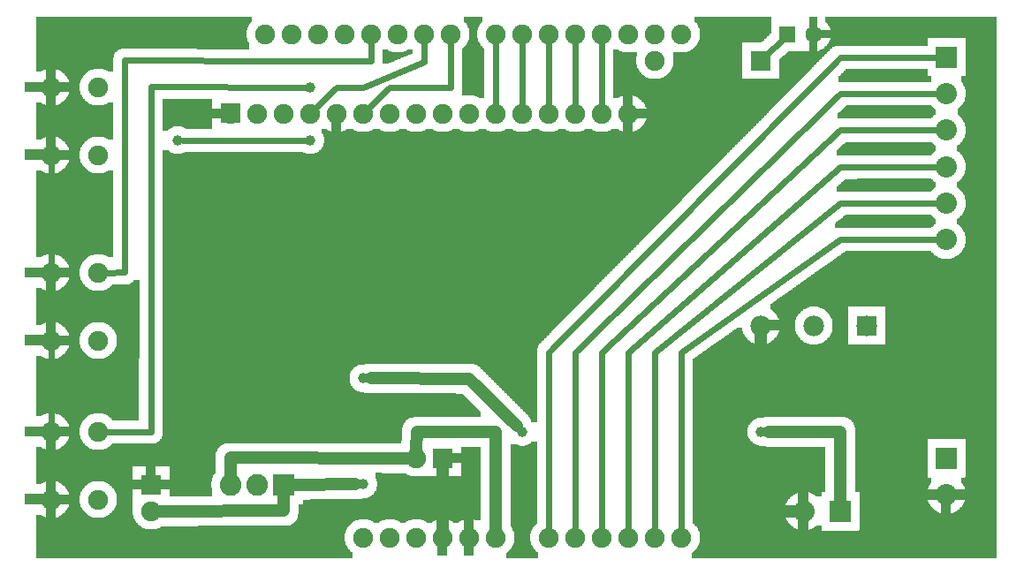
<source format=gtl>
G04 MADE WITH FRITZING*
G04 WWW.FRITZING.ORG*
G04 DOUBLE SIDED*
G04 HOLES PLATED*
G04 CONTOUR ON CENTER OF CONTOUR VECTOR*
%ASAXBY*%
%FSLAX23Y23*%
%MOIN*%
%OFA0B0*%
%SFA1.0B1.0*%
%ADD10C,0.075000*%
%ADD11C,0.080000*%
%ADD12C,0.078000*%
%ADD13C,0.082000*%
%ADD14C,0.039370*%
%ADD15C,0.062992*%
%ADD16R,0.080000X0.080000*%
%ADD17R,0.078000X0.078000*%
%ADD18R,0.082000X0.082000*%
%ADD19R,0.075000X0.075000*%
%ADD20R,0.062992X0.062992*%
%ADD21C,0.024000*%
%ADD22C,0.048000*%
%ADD23R,0.001000X0.001000*%
%LNCOPPER1*%
G90*
G70*
G54D10*
X588Y1720D03*
X1883Y386D03*
X124Y2027D03*
X101Y1561D03*
X101Y1817D03*
X278Y1561D03*
X278Y1817D03*
X101Y261D03*
X101Y517D03*
X278Y261D03*
X278Y517D03*
X101Y861D03*
X101Y1117D03*
X278Y861D03*
X278Y1117D03*
G54D11*
X3478Y1931D03*
X3478Y1793D03*
X3478Y1655D03*
X3478Y1517D03*
X3478Y1379D03*
X3478Y1242D03*
X3478Y417D03*
X3478Y279D03*
X3078Y217D03*
X2940Y217D03*
G54D12*
X3178Y917D03*
X2978Y917D03*
X2778Y917D03*
G54D13*
X978Y317D03*
X878Y317D03*
X778Y317D03*
G54D10*
X478Y317D03*
X478Y217D03*
X1578Y417D03*
X1478Y417D03*
G54D14*
X2779Y517D03*
X1877Y517D03*
X1278Y718D03*
X1278Y318D03*
G54D15*
X2879Y2017D03*
X2978Y2017D03*
G54D10*
X2778Y1917D03*
X2378Y1917D03*
G54D14*
X1078Y1817D03*
X578Y1617D03*
X1078Y1617D03*
G54D10*
X908Y2017D03*
X1008Y2017D03*
X1108Y2017D03*
X1208Y2017D03*
X1308Y2017D03*
X1408Y2017D03*
X1508Y2017D03*
X1608Y2017D03*
X1778Y2017D03*
X1878Y2017D03*
X1978Y2017D03*
X2078Y2017D03*
X2178Y2017D03*
X2278Y2017D03*
X2378Y2017D03*
X2478Y2017D03*
X1278Y117D03*
X1378Y117D03*
X1478Y117D03*
X1578Y117D03*
X1678Y117D03*
X1778Y117D03*
X1978Y117D03*
X2078Y117D03*
X2178Y117D03*
X2278Y117D03*
X2378Y117D03*
X2478Y117D03*
X778Y1717D03*
X878Y1717D03*
X978Y1717D03*
X1078Y1717D03*
X1178Y1717D03*
X1278Y1717D03*
X1378Y1717D03*
X1478Y1717D03*
X1578Y1717D03*
X1678Y1717D03*
X1778Y1717D03*
X1878Y1717D03*
X1978Y1717D03*
X2078Y1717D03*
X2178Y1717D03*
X2278Y1717D03*
G54D16*
X3478Y1931D03*
X3478Y417D03*
X3078Y217D03*
G54D17*
X3178Y917D03*
G54D18*
X978Y317D03*
G54D19*
X478Y317D03*
X1578Y417D03*
G54D20*
X2879Y2017D03*
G54D19*
X2778Y1917D03*
X777Y1718D03*
G54D21*
X3078Y1242D02*
X3452Y1242D01*
D02*
X2478Y817D02*
X3078Y1242D01*
D02*
X2478Y142D02*
X2478Y817D01*
D02*
X3078Y1379D02*
X3452Y1379D01*
D02*
X2378Y817D02*
X3078Y1379D01*
D02*
X2378Y142D02*
X2378Y817D01*
D02*
X3078Y1515D02*
X3452Y1517D01*
D02*
X2278Y817D02*
X3078Y1515D01*
D02*
X2278Y142D02*
X2278Y817D01*
D02*
X3078Y1655D02*
X3452Y1655D01*
D02*
X2178Y817D02*
X3078Y1655D01*
D02*
X2178Y142D02*
X2178Y817D01*
D02*
X3079Y1793D02*
X3452Y1793D01*
D02*
X2078Y817D02*
X3079Y1793D01*
D02*
X2078Y142D02*
X2078Y817D01*
D02*
X3078Y1931D02*
X3452Y1931D01*
D02*
X1978Y817D02*
X3078Y1931D01*
D02*
X1978Y142D02*
X1978Y817D01*
G54D22*
D02*
X1778Y153D02*
X1779Y516D01*
D02*
X1779Y516D02*
X1480Y516D01*
D02*
X1480Y516D02*
X1479Y453D01*
D02*
X1856Y538D02*
X1678Y717D01*
D02*
X777Y418D02*
X1442Y417D01*
D02*
X777Y355D02*
X777Y418D01*
D02*
X977Y218D02*
X978Y280D01*
D02*
X514Y217D02*
X977Y218D01*
D02*
X1247Y318D02*
X1016Y317D01*
D02*
X1678Y717D02*
X1308Y718D01*
D02*
X1578Y153D02*
X1578Y381D01*
D02*
X2677Y717D02*
X2677Y218D01*
D02*
X2677Y218D02*
X2903Y217D01*
D02*
X2777Y717D02*
X2677Y717D01*
D02*
X2778Y881D02*
X2777Y717D01*
G54D21*
D02*
X101Y837D02*
X101Y542D01*
D02*
X101Y1142D02*
X101Y1537D01*
D02*
X2795Y1935D02*
X2863Y2001D01*
D02*
X2078Y1992D02*
X2078Y1742D01*
D02*
X1978Y1992D02*
X1978Y1742D01*
D02*
X1878Y1992D02*
X1878Y1742D01*
D02*
X379Y1918D02*
X377Y1118D01*
D02*
X377Y1118D02*
X303Y1117D01*
D02*
X1308Y1992D02*
X1308Y1917D01*
D02*
X1308Y1917D02*
X979Y1917D01*
D02*
X979Y1917D02*
X379Y1918D01*
D02*
X476Y517D02*
X303Y517D01*
D02*
X479Y1819D02*
X476Y517D01*
D02*
X1059Y1817D02*
X479Y1819D01*
D02*
X597Y1617D02*
X1059Y1617D01*
G54D22*
D02*
X3078Y517D02*
X2809Y517D01*
D02*
X3078Y254D02*
X3078Y517D01*
G54D21*
D02*
X1608Y1992D02*
X1608Y1817D01*
D02*
X1377Y1817D02*
X1295Y1735D01*
D02*
X1778Y1992D02*
X1778Y1742D01*
D02*
X1608Y1817D02*
X1377Y1817D01*
D02*
X1508Y1913D02*
X1278Y1817D01*
D02*
X1278Y1817D02*
X1178Y1817D01*
D02*
X1178Y1817D02*
X1095Y1735D01*
D02*
X1508Y1992D02*
X1508Y1913D01*
D02*
X2178Y1742D02*
X2178Y1992D01*
G36*
X1658Y2084D02*
X1658Y2064D01*
X1660Y2064D01*
X1660Y2062D01*
X1662Y2062D01*
X1662Y2060D01*
X1664Y2060D01*
X1664Y2058D01*
X1666Y2058D01*
X1666Y2054D01*
X1668Y2054D01*
X1668Y2052D01*
X1670Y2052D01*
X1670Y2048D01*
X1672Y2048D01*
X1672Y2044D01*
X1674Y2044D01*
X1674Y2038D01*
X1676Y2038D01*
X1676Y2028D01*
X1678Y2028D01*
X1678Y2006D01*
X1676Y2006D01*
X1676Y1996D01*
X1674Y1996D01*
X1674Y1990D01*
X1672Y1990D01*
X1672Y1986D01*
X1670Y1986D01*
X1670Y1982D01*
X1668Y1982D01*
X1668Y1980D01*
X1666Y1980D01*
X1666Y1976D01*
X1664Y1976D01*
X1664Y1974D01*
X1662Y1974D01*
X1662Y1972D01*
X1660Y1972D01*
X1660Y1970D01*
X1658Y1970D01*
X1658Y1968D01*
X1656Y1968D01*
X1656Y1966D01*
X1654Y1966D01*
X1654Y1964D01*
X1652Y1964D01*
X1652Y1802D01*
X1650Y1802D01*
X1650Y1786D01*
X1696Y1786D01*
X1696Y1784D01*
X1702Y1784D01*
X1702Y1782D01*
X1706Y1782D01*
X1706Y1780D01*
X1710Y1780D01*
X1710Y1778D01*
X1714Y1778D01*
X1714Y1776D01*
X1734Y1776D01*
X1734Y1964D01*
X1732Y1964D01*
X1732Y1966D01*
X1728Y1966D01*
X1728Y1968D01*
X1726Y1968D01*
X1726Y1972D01*
X1724Y1972D01*
X1724Y1974D01*
X1722Y1974D01*
X1722Y1976D01*
X1720Y1976D01*
X1720Y1978D01*
X1718Y1978D01*
X1718Y1982D01*
X1716Y1982D01*
X1716Y1986D01*
X1714Y1986D01*
X1714Y1990D01*
X1712Y1990D01*
X1712Y1994D01*
X1710Y1994D01*
X1710Y2002D01*
X1708Y2002D01*
X1708Y2032D01*
X1710Y2032D01*
X1710Y2040D01*
X1712Y2040D01*
X1712Y2044D01*
X1714Y2044D01*
X1714Y2048D01*
X1716Y2048D01*
X1716Y2052D01*
X1718Y2052D01*
X1718Y2056D01*
X1720Y2056D01*
X1720Y2058D01*
X1722Y2058D01*
X1722Y2060D01*
X1724Y2060D01*
X1724Y2062D01*
X1726Y2062D01*
X1726Y2064D01*
X1728Y2064D01*
X1728Y2084D01*
X1658Y2084D01*
G37*
D02*
G36*
X1352Y1958D02*
X1352Y1948D01*
X1390Y1948D01*
X1390Y1950D01*
X1384Y1950D01*
X1384Y1952D01*
X1378Y1952D01*
X1378Y1954D01*
X1374Y1954D01*
X1374Y1956D01*
X1372Y1956D01*
X1372Y1958D01*
X1352Y1958D01*
G37*
D02*
G36*
X1444Y1958D02*
X1444Y1956D01*
X1440Y1956D01*
X1440Y1954D01*
X1438Y1954D01*
X1438Y1952D01*
X1432Y1952D01*
X1432Y1950D01*
X1426Y1950D01*
X1426Y1948D01*
X1464Y1948D01*
X1464Y1958D01*
X1444Y1958D01*
G37*
D02*
G36*
X1352Y1948D02*
X1352Y1946D01*
X1464Y1946D01*
X1464Y1948D01*
X1352Y1948D01*
G37*
D02*
G36*
X1352Y1948D02*
X1352Y1946D01*
X1464Y1946D01*
X1464Y1948D01*
X1352Y1948D01*
G37*
D02*
G36*
X1352Y1946D02*
X1352Y1906D01*
X1374Y1906D01*
X1374Y1908D01*
X1380Y1908D01*
X1380Y1910D01*
X1384Y1910D01*
X1384Y1912D01*
X1390Y1912D01*
X1390Y1914D01*
X1394Y1914D01*
X1394Y1916D01*
X1398Y1916D01*
X1398Y1918D01*
X1404Y1918D01*
X1404Y1920D01*
X1408Y1920D01*
X1408Y1922D01*
X1414Y1922D01*
X1414Y1924D01*
X1418Y1924D01*
X1418Y1926D01*
X1422Y1926D01*
X1422Y1928D01*
X1428Y1928D01*
X1428Y1930D01*
X1432Y1930D01*
X1432Y1932D01*
X1438Y1932D01*
X1438Y1934D01*
X1442Y1934D01*
X1442Y1936D01*
X1446Y1936D01*
X1446Y1938D01*
X1452Y1938D01*
X1452Y1940D01*
X1456Y1940D01*
X1456Y1942D01*
X1462Y1942D01*
X1462Y1944D01*
X1464Y1944D01*
X1464Y1946D01*
X1352Y1946D01*
G37*
D02*
G36*
X3098Y1886D02*
X3098Y1884D01*
X3096Y1884D01*
X3096Y1880D01*
X3094Y1880D01*
X3094Y1878D01*
X3092Y1878D01*
X3092Y1876D01*
X3090Y1876D01*
X3090Y1874D01*
X3088Y1874D01*
X3088Y1872D01*
X3086Y1872D01*
X3086Y1870D01*
X3084Y1870D01*
X3084Y1868D01*
X3082Y1868D01*
X3082Y1866D01*
X3080Y1866D01*
X3080Y1864D01*
X3078Y1864D01*
X3078Y1862D01*
X3076Y1862D01*
X3076Y1860D01*
X3074Y1860D01*
X3074Y1858D01*
X3072Y1858D01*
X3072Y1856D01*
X3070Y1856D01*
X3070Y1836D01*
X3420Y1836D01*
X3420Y1838D01*
X3422Y1838D01*
X3422Y1858D01*
X3406Y1858D01*
X3406Y1886D01*
X3098Y1886D01*
G37*
D02*
G36*
X522Y1774D02*
X522Y1668D01*
X594Y1668D01*
X594Y1666D01*
X600Y1666D01*
X600Y1664D01*
X604Y1664D01*
X604Y1662D01*
X606Y1662D01*
X606Y1660D01*
X708Y1660D01*
X708Y1774D01*
X522Y1774D01*
G37*
D02*
G36*
X522Y1668D02*
X522Y1654D01*
X542Y1654D01*
X542Y1656D01*
X544Y1656D01*
X544Y1658D01*
X546Y1658D01*
X546Y1660D01*
X550Y1660D01*
X550Y1662D01*
X552Y1662D01*
X552Y1664D01*
X556Y1664D01*
X556Y1666D01*
X562Y1666D01*
X562Y1668D01*
X522Y1668D01*
G37*
D02*
G36*
X3100Y1748D02*
X3100Y1746D01*
X3098Y1746D01*
X3098Y1744D01*
X3096Y1744D01*
X3096Y1742D01*
X3094Y1742D01*
X3094Y1740D01*
X3092Y1740D01*
X3092Y1738D01*
X3090Y1738D01*
X3090Y1736D01*
X3088Y1736D01*
X3088Y1734D01*
X3086Y1734D01*
X3086Y1732D01*
X3084Y1732D01*
X3084Y1730D01*
X3082Y1730D01*
X3082Y1728D01*
X3080Y1728D01*
X3080Y1726D01*
X3078Y1726D01*
X3078Y1724D01*
X3076Y1724D01*
X3076Y1722D01*
X3072Y1722D01*
X3072Y1720D01*
X3070Y1720D01*
X3070Y1718D01*
X3068Y1718D01*
X3068Y1698D01*
X3420Y1698D01*
X3420Y1700D01*
X3422Y1700D01*
X3422Y1702D01*
X3424Y1702D01*
X3424Y1704D01*
X3426Y1704D01*
X3426Y1706D01*
X3428Y1706D01*
X3428Y1708D01*
X3430Y1708D01*
X3430Y1710D01*
X3432Y1710D01*
X3432Y1712D01*
X3434Y1712D01*
X3434Y1714D01*
X3436Y1714D01*
X3436Y1734D01*
X3434Y1734D01*
X3434Y1736D01*
X3432Y1736D01*
X3432Y1738D01*
X3430Y1738D01*
X3430Y1740D01*
X3426Y1740D01*
X3426Y1744D01*
X3424Y1744D01*
X3424Y1746D01*
X3422Y1746D01*
X3422Y1748D01*
X3100Y1748D01*
G37*
D02*
G36*
X3098Y1610D02*
X3098Y1608D01*
X3096Y1608D01*
X3096Y1606D01*
X3094Y1606D01*
X3094Y1604D01*
X3092Y1604D01*
X3092Y1602D01*
X3088Y1602D01*
X3088Y1600D01*
X3086Y1600D01*
X3086Y1598D01*
X3084Y1598D01*
X3084Y1596D01*
X3082Y1596D01*
X3082Y1594D01*
X3080Y1594D01*
X3080Y1592D01*
X3078Y1592D01*
X3078Y1590D01*
X3076Y1590D01*
X3076Y1588D01*
X3074Y1588D01*
X3074Y1586D01*
X3072Y1586D01*
X3072Y1584D01*
X3070Y1584D01*
X3070Y1582D01*
X3068Y1582D01*
X3068Y1580D01*
X3066Y1580D01*
X3066Y1578D01*
X3064Y1578D01*
X3064Y1558D01*
X3126Y1558D01*
X3126Y1560D01*
X3420Y1560D01*
X3420Y1562D01*
X3422Y1562D01*
X3422Y1564D01*
X3424Y1564D01*
X3424Y1566D01*
X3426Y1566D01*
X3426Y1568D01*
X3428Y1568D01*
X3428Y1570D01*
X3430Y1570D01*
X3430Y1572D01*
X3432Y1572D01*
X3432Y1574D01*
X3434Y1574D01*
X3434Y1576D01*
X3436Y1576D01*
X3436Y1596D01*
X3434Y1596D01*
X3434Y1598D01*
X3432Y1598D01*
X3432Y1600D01*
X3430Y1600D01*
X3430Y1602D01*
X3428Y1602D01*
X3428Y1604D01*
X3426Y1604D01*
X3426Y1606D01*
X3424Y1606D01*
X3424Y1608D01*
X3422Y1608D01*
X3422Y1610D01*
X3098Y1610D01*
G37*
D02*
G36*
X3142Y1472D02*
X3142Y1470D01*
X3096Y1470D01*
X3096Y1468D01*
X3094Y1468D01*
X3094Y1466D01*
X3092Y1466D01*
X3092Y1464D01*
X3090Y1464D01*
X3090Y1462D01*
X3088Y1462D01*
X3088Y1460D01*
X3086Y1460D01*
X3086Y1458D01*
X3082Y1458D01*
X3082Y1456D01*
X3080Y1456D01*
X3080Y1454D01*
X3078Y1454D01*
X3078Y1452D01*
X3076Y1452D01*
X3076Y1450D01*
X3074Y1450D01*
X3074Y1448D01*
X3072Y1448D01*
X3072Y1446D01*
X3070Y1446D01*
X3070Y1444D01*
X3066Y1444D01*
X3066Y1442D01*
X3064Y1442D01*
X3064Y1424D01*
X3422Y1424D01*
X3422Y1426D01*
X3424Y1426D01*
X3424Y1428D01*
X3426Y1428D01*
X3426Y1430D01*
X3428Y1430D01*
X3428Y1432D01*
X3430Y1432D01*
X3430Y1434D01*
X3432Y1434D01*
X3432Y1436D01*
X3434Y1436D01*
X3434Y1438D01*
X3436Y1438D01*
X3436Y1458D01*
X3434Y1458D01*
X3434Y1460D01*
X3432Y1460D01*
X3432Y1462D01*
X3430Y1462D01*
X3430Y1464D01*
X3428Y1464D01*
X3428Y1466D01*
X3426Y1466D01*
X3426Y1468D01*
X3424Y1468D01*
X3424Y1470D01*
X3422Y1470D01*
X3422Y1472D01*
X3142Y1472D01*
G37*
D02*
G36*
X3098Y1336D02*
X3098Y1334D01*
X3096Y1334D01*
X3096Y1332D01*
X3092Y1332D01*
X3092Y1330D01*
X3090Y1330D01*
X3090Y1328D01*
X3088Y1328D01*
X3088Y1326D01*
X3086Y1326D01*
X3086Y1324D01*
X3082Y1324D01*
X3082Y1322D01*
X3080Y1322D01*
X3080Y1320D01*
X3078Y1320D01*
X3078Y1318D01*
X3076Y1318D01*
X3076Y1316D01*
X3072Y1316D01*
X3072Y1314D01*
X3070Y1314D01*
X3070Y1312D01*
X3068Y1312D01*
X3068Y1310D01*
X3066Y1310D01*
X3066Y1308D01*
X3062Y1308D01*
X3062Y1306D01*
X3060Y1306D01*
X3060Y1304D01*
X3058Y1304D01*
X3058Y1302D01*
X3056Y1302D01*
X3056Y1286D01*
X3422Y1286D01*
X3422Y1288D01*
X3424Y1288D01*
X3424Y1290D01*
X3426Y1290D01*
X3426Y1292D01*
X3428Y1292D01*
X3428Y1294D01*
X3430Y1294D01*
X3430Y1296D01*
X3432Y1296D01*
X3432Y1298D01*
X3434Y1298D01*
X3434Y1300D01*
X3436Y1300D01*
X3436Y1320D01*
X3434Y1320D01*
X3434Y1322D01*
X3432Y1322D01*
X3432Y1324D01*
X3430Y1324D01*
X3430Y1326D01*
X3428Y1326D01*
X3428Y1328D01*
X3426Y1328D01*
X3426Y1330D01*
X3424Y1330D01*
X3424Y1332D01*
X3422Y1332D01*
X3422Y1334D01*
X3420Y1334D01*
X3420Y1336D01*
X3098Y1336D01*
G37*
D02*
G36*
X1914Y480D02*
X1914Y478D01*
X1912Y478D01*
X1912Y476D01*
X1910Y476D01*
X1910Y474D01*
X1906Y474D01*
X1906Y472D01*
X1904Y472D01*
X1904Y470D01*
X1900Y470D01*
X1900Y468D01*
X1896Y468D01*
X1896Y466D01*
X1886Y466D01*
X1886Y464D01*
X1934Y464D01*
X1934Y480D01*
X1914Y480D01*
G37*
D02*
G36*
X1834Y470D02*
X1834Y464D01*
X1868Y464D01*
X1868Y466D01*
X1860Y466D01*
X1860Y468D01*
X1854Y468D01*
X1854Y470D01*
X1834Y470D01*
G37*
D02*
G36*
X1834Y464D02*
X1834Y462D01*
X1934Y462D01*
X1934Y464D01*
X1834Y464D01*
G37*
D02*
G36*
X1834Y464D02*
X1834Y462D01*
X1934Y462D01*
X1934Y464D01*
X1834Y464D01*
G37*
D02*
G36*
X1834Y462D02*
X1834Y158D01*
X1836Y158D01*
X1836Y154D01*
X1838Y154D01*
X1838Y152D01*
X1840Y152D01*
X1840Y148D01*
X1842Y148D01*
X1842Y144D01*
X1844Y144D01*
X1844Y138D01*
X1846Y138D01*
X1846Y128D01*
X1848Y128D01*
X1848Y106D01*
X1846Y106D01*
X1846Y96D01*
X1844Y96D01*
X1844Y90D01*
X1842Y90D01*
X1842Y86D01*
X1840Y86D01*
X1840Y82D01*
X1838Y82D01*
X1838Y80D01*
X1836Y80D01*
X1836Y76D01*
X1834Y76D01*
X1834Y74D01*
X1832Y74D01*
X1832Y72D01*
X1830Y72D01*
X1830Y70D01*
X1828Y70D01*
X1828Y68D01*
X1826Y68D01*
X1826Y66D01*
X1824Y66D01*
X1824Y64D01*
X1822Y64D01*
X1822Y62D01*
X1820Y62D01*
X1820Y60D01*
X1818Y60D01*
X1818Y40D01*
X1938Y40D01*
X1938Y60D01*
X1936Y60D01*
X1936Y62D01*
X1934Y62D01*
X1934Y64D01*
X1932Y64D01*
X1932Y66D01*
X1928Y66D01*
X1928Y68D01*
X1926Y68D01*
X1926Y72D01*
X1924Y72D01*
X1924Y74D01*
X1922Y74D01*
X1922Y76D01*
X1920Y76D01*
X1920Y78D01*
X1918Y78D01*
X1918Y82D01*
X1916Y82D01*
X1916Y86D01*
X1914Y86D01*
X1914Y90D01*
X1912Y90D01*
X1912Y94D01*
X1910Y94D01*
X1910Y102D01*
X1908Y102D01*
X1908Y132D01*
X1910Y132D01*
X1910Y140D01*
X1912Y140D01*
X1912Y144D01*
X1914Y144D01*
X1914Y148D01*
X1916Y148D01*
X1916Y152D01*
X1918Y152D01*
X1918Y156D01*
X1920Y156D01*
X1920Y158D01*
X1922Y158D01*
X1922Y160D01*
X1924Y160D01*
X1924Y162D01*
X1926Y162D01*
X1926Y164D01*
X1928Y164D01*
X1928Y166D01*
X1930Y166D01*
X1930Y168D01*
X1932Y168D01*
X1932Y170D01*
X1934Y170D01*
X1934Y462D01*
X1834Y462D01*
G37*
D02*
G36*
X44Y2084D02*
X44Y1962D01*
X652Y1962D01*
X652Y1960D01*
X848Y1960D01*
X848Y1982D01*
X846Y1982D01*
X846Y1986D01*
X844Y1986D01*
X844Y1990D01*
X842Y1990D01*
X842Y1994D01*
X840Y1994D01*
X840Y2002D01*
X838Y2002D01*
X838Y2032D01*
X840Y2032D01*
X840Y2040D01*
X842Y2040D01*
X842Y2044D01*
X844Y2044D01*
X844Y2048D01*
X846Y2048D01*
X846Y2052D01*
X848Y2052D01*
X848Y2056D01*
X850Y2056D01*
X850Y2058D01*
X852Y2058D01*
X852Y2060D01*
X854Y2060D01*
X854Y2062D01*
X856Y2062D01*
X856Y2064D01*
X858Y2064D01*
X858Y2084D01*
X44Y2084D01*
G37*
D02*
G36*
X2528Y2084D02*
X2528Y2064D01*
X2530Y2064D01*
X2530Y2062D01*
X2532Y2062D01*
X2532Y2060D01*
X2534Y2060D01*
X2534Y2058D01*
X2536Y2058D01*
X2536Y2054D01*
X2538Y2054D01*
X2538Y2052D01*
X2540Y2052D01*
X2540Y2048D01*
X2542Y2048D01*
X2542Y2044D01*
X2544Y2044D01*
X2544Y2038D01*
X2546Y2038D01*
X2546Y2028D01*
X2548Y2028D01*
X2548Y2006D01*
X2546Y2006D01*
X2546Y1996D01*
X2544Y1996D01*
X2544Y1990D01*
X2542Y1990D01*
X2542Y1986D01*
X2540Y1986D01*
X2540Y1982D01*
X2538Y1982D01*
X2538Y1980D01*
X2536Y1980D01*
X2536Y1976D01*
X2534Y1976D01*
X2534Y1974D01*
X2532Y1974D01*
X2532Y1972D01*
X2530Y1972D01*
X2530Y1970D01*
X2528Y1970D01*
X2528Y1968D01*
X2526Y1968D01*
X2526Y1966D01*
X2524Y1966D01*
X2524Y1964D01*
X2522Y1964D01*
X2522Y1962D01*
X2520Y1962D01*
X2520Y1960D01*
X2518Y1960D01*
X2518Y1958D01*
X2514Y1958D01*
X2514Y1956D01*
X2510Y1956D01*
X2510Y1954D01*
X2508Y1954D01*
X2508Y1952D01*
X2502Y1952D01*
X2502Y1950D01*
X2496Y1950D01*
X2496Y1948D01*
X2446Y1948D01*
X2446Y1928D01*
X2448Y1928D01*
X2448Y1906D01*
X2446Y1906D01*
X2446Y1896D01*
X2444Y1896D01*
X2444Y1890D01*
X2442Y1890D01*
X2442Y1886D01*
X2440Y1886D01*
X2440Y1882D01*
X2438Y1882D01*
X2438Y1880D01*
X2436Y1880D01*
X2436Y1876D01*
X2434Y1876D01*
X2434Y1874D01*
X2432Y1874D01*
X2432Y1872D01*
X2430Y1872D01*
X2430Y1870D01*
X2428Y1870D01*
X2428Y1868D01*
X2426Y1868D01*
X2426Y1866D01*
X2424Y1866D01*
X2424Y1864D01*
X2422Y1864D01*
X2422Y1862D01*
X2420Y1862D01*
X2420Y1860D01*
X2418Y1860D01*
X2418Y1858D01*
X2414Y1858D01*
X2414Y1856D01*
X2410Y1856D01*
X2410Y1854D01*
X2408Y1854D01*
X2408Y1852D01*
X2402Y1852D01*
X2402Y1850D01*
X2396Y1850D01*
X2396Y1848D01*
X2708Y1848D01*
X2708Y1986D01*
X2782Y1986D01*
X2782Y1988D01*
X2784Y1988D01*
X2784Y1990D01*
X2786Y1990D01*
X2786Y1992D01*
X2788Y1992D01*
X2788Y1994D01*
X2790Y1994D01*
X2790Y1996D01*
X2792Y1996D01*
X2792Y1998D01*
X2794Y1998D01*
X2794Y2000D01*
X2796Y2000D01*
X2796Y2002D01*
X2798Y2002D01*
X2798Y2004D01*
X2800Y2004D01*
X2800Y2006D01*
X2802Y2006D01*
X2802Y2008D01*
X2804Y2008D01*
X2804Y2010D01*
X2806Y2010D01*
X2806Y2012D01*
X2808Y2012D01*
X2808Y2014D01*
X2810Y2014D01*
X2810Y2016D01*
X2812Y2016D01*
X2812Y2018D01*
X2814Y2018D01*
X2814Y2020D01*
X2816Y2020D01*
X2816Y2084D01*
X2528Y2084D01*
G37*
D02*
G36*
X3020Y2084D02*
X3020Y2064D01*
X3022Y2064D01*
X3022Y2062D01*
X3024Y2062D01*
X3024Y2060D01*
X3026Y2060D01*
X3026Y2058D01*
X3028Y2058D01*
X3028Y2056D01*
X3030Y2056D01*
X3030Y2052D01*
X3032Y2052D01*
X3032Y2050D01*
X3034Y2050D01*
X3034Y2046D01*
X3036Y2046D01*
X3036Y2042D01*
X3038Y2042D01*
X3038Y2038D01*
X3040Y2038D01*
X3040Y2028D01*
X3042Y2028D01*
X3042Y2006D01*
X3040Y2006D01*
X3040Y2002D01*
X3550Y2002D01*
X3550Y1858D01*
X3534Y1858D01*
X3534Y1836D01*
X3536Y1836D01*
X3536Y1834D01*
X3538Y1834D01*
X3538Y1832D01*
X3540Y1832D01*
X3540Y1828D01*
X3542Y1828D01*
X3542Y1824D01*
X3544Y1824D01*
X3544Y1820D01*
X3546Y1820D01*
X3546Y1816D01*
X3548Y1816D01*
X3548Y1808D01*
X3550Y1808D01*
X3550Y1778D01*
X3548Y1778D01*
X3548Y1770D01*
X3546Y1770D01*
X3546Y1764D01*
X3544Y1764D01*
X3544Y1760D01*
X3542Y1760D01*
X3542Y1756D01*
X3540Y1756D01*
X3540Y1754D01*
X3538Y1754D01*
X3538Y1750D01*
X3536Y1750D01*
X3536Y1748D01*
X3534Y1748D01*
X3534Y1746D01*
X3532Y1746D01*
X3532Y1744D01*
X3530Y1744D01*
X3530Y1742D01*
X3528Y1742D01*
X3528Y1740D01*
X3526Y1740D01*
X3526Y1738D01*
X3524Y1738D01*
X3524Y1736D01*
X3522Y1736D01*
X3522Y1734D01*
X3520Y1734D01*
X3520Y1712D01*
X3524Y1712D01*
X3524Y1710D01*
X3526Y1710D01*
X3526Y1708D01*
X3528Y1708D01*
X3528Y1706D01*
X3530Y1706D01*
X3530Y1704D01*
X3532Y1704D01*
X3532Y1702D01*
X3534Y1702D01*
X3534Y1700D01*
X3536Y1700D01*
X3536Y1696D01*
X3538Y1696D01*
X3538Y1694D01*
X3540Y1694D01*
X3540Y1690D01*
X3542Y1690D01*
X3542Y1686D01*
X3544Y1686D01*
X3544Y1682D01*
X3546Y1682D01*
X3546Y1678D01*
X3548Y1678D01*
X3548Y1670D01*
X3550Y1670D01*
X3550Y1640D01*
X3548Y1640D01*
X3548Y1632D01*
X3546Y1632D01*
X3546Y1626D01*
X3544Y1626D01*
X3544Y1622D01*
X3542Y1622D01*
X3542Y1618D01*
X3540Y1618D01*
X3540Y1616D01*
X3538Y1616D01*
X3538Y1612D01*
X3536Y1612D01*
X3536Y1610D01*
X3534Y1610D01*
X3534Y1608D01*
X3532Y1608D01*
X3532Y1606D01*
X3530Y1606D01*
X3530Y1604D01*
X3528Y1604D01*
X3528Y1602D01*
X3526Y1602D01*
X3526Y1600D01*
X3524Y1600D01*
X3524Y1598D01*
X3522Y1598D01*
X3522Y1596D01*
X3518Y1596D01*
X3518Y1576D01*
X3522Y1576D01*
X3522Y1574D01*
X3524Y1574D01*
X3524Y1572D01*
X3526Y1572D01*
X3526Y1570D01*
X3528Y1570D01*
X3528Y1568D01*
X3530Y1568D01*
X3530Y1566D01*
X3532Y1566D01*
X3532Y1564D01*
X3534Y1564D01*
X3534Y1562D01*
X3536Y1562D01*
X3536Y1558D01*
X3538Y1558D01*
X3538Y1556D01*
X3540Y1556D01*
X3540Y1552D01*
X3542Y1552D01*
X3542Y1550D01*
X3544Y1550D01*
X3544Y1544D01*
X3546Y1544D01*
X3546Y1540D01*
X3548Y1540D01*
X3548Y1532D01*
X3550Y1532D01*
X3550Y1502D01*
X3548Y1502D01*
X3548Y1494D01*
X3546Y1494D01*
X3546Y1488D01*
X3544Y1488D01*
X3544Y1484D01*
X3542Y1484D01*
X3542Y1482D01*
X3540Y1482D01*
X3540Y1478D01*
X3538Y1478D01*
X3538Y1476D01*
X3536Y1476D01*
X3536Y1472D01*
X3534Y1472D01*
X3534Y1470D01*
X3532Y1470D01*
X3532Y1468D01*
X3530Y1468D01*
X3530Y1466D01*
X3528Y1466D01*
X3528Y1464D01*
X3526Y1464D01*
X3526Y1462D01*
X3524Y1462D01*
X3524Y1460D01*
X3522Y1460D01*
X3522Y1458D01*
X3518Y1458D01*
X3518Y1438D01*
X3522Y1438D01*
X3522Y1436D01*
X3524Y1436D01*
X3524Y1434D01*
X3526Y1434D01*
X3526Y1432D01*
X3528Y1432D01*
X3528Y1430D01*
X3530Y1430D01*
X3530Y1428D01*
X3532Y1428D01*
X3532Y1426D01*
X3534Y1426D01*
X3534Y1424D01*
X3536Y1424D01*
X3536Y1420D01*
X3538Y1420D01*
X3538Y1418D01*
X3540Y1418D01*
X3540Y1414D01*
X3542Y1414D01*
X3542Y1412D01*
X3544Y1412D01*
X3544Y1408D01*
X3546Y1408D01*
X3546Y1402D01*
X3548Y1402D01*
X3548Y1394D01*
X3550Y1394D01*
X3550Y1364D01*
X3548Y1364D01*
X3548Y1356D01*
X3546Y1356D01*
X3546Y1352D01*
X3544Y1352D01*
X3544Y1346D01*
X3542Y1346D01*
X3542Y1344D01*
X3540Y1344D01*
X3540Y1340D01*
X3538Y1340D01*
X3538Y1338D01*
X3536Y1338D01*
X3536Y1334D01*
X3534Y1334D01*
X3534Y1332D01*
X3532Y1332D01*
X3532Y1330D01*
X3530Y1330D01*
X3530Y1328D01*
X3528Y1328D01*
X3528Y1326D01*
X3526Y1326D01*
X3526Y1324D01*
X3524Y1324D01*
X3524Y1322D01*
X3522Y1322D01*
X3522Y1320D01*
X3518Y1320D01*
X3518Y1300D01*
X3522Y1300D01*
X3522Y1298D01*
X3524Y1298D01*
X3524Y1296D01*
X3526Y1296D01*
X3526Y1294D01*
X3528Y1294D01*
X3528Y1292D01*
X3530Y1292D01*
X3530Y1290D01*
X3532Y1290D01*
X3532Y1288D01*
X3534Y1288D01*
X3534Y1286D01*
X3536Y1286D01*
X3536Y1284D01*
X3538Y1284D01*
X3538Y1280D01*
X3540Y1280D01*
X3540Y1278D01*
X3542Y1278D01*
X3542Y1274D01*
X3544Y1274D01*
X3544Y1270D01*
X3546Y1270D01*
X3546Y1264D01*
X3548Y1264D01*
X3548Y1256D01*
X3550Y1256D01*
X3550Y1226D01*
X3548Y1226D01*
X3548Y1218D01*
X3546Y1218D01*
X3546Y1214D01*
X3544Y1214D01*
X3544Y1210D01*
X3542Y1210D01*
X3542Y1206D01*
X3540Y1206D01*
X3540Y1202D01*
X3538Y1202D01*
X3538Y1200D01*
X3536Y1200D01*
X3536Y1196D01*
X3534Y1196D01*
X3534Y1194D01*
X3532Y1194D01*
X3532Y1192D01*
X3530Y1192D01*
X3530Y1190D01*
X3528Y1190D01*
X3528Y1188D01*
X3526Y1188D01*
X3526Y1186D01*
X3524Y1186D01*
X3524Y1184D01*
X3520Y1184D01*
X3520Y1182D01*
X3518Y1182D01*
X3518Y1180D01*
X3514Y1180D01*
X3514Y1178D01*
X3512Y1178D01*
X3512Y1176D01*
X3508Y1176D01*
X3508Y1174D01*
X3504Y1174D01*
X3504Y1172D01*
X3498Y1172D01*
X3498Y1170D01*
X3668Y1170D01*
X3668Y2084D01*
X3020Y2084D01*
G37*
D02*
G36*
X3040Y2002D02*
X3040Y1996D01*
X3038Y1996D01*
X3038Y1992D01*
X3036Y1992D01*
X3036Y1988D01*
X3034Y1988D01*
X3034Y1984D01*
X3032Y1984D01*
X3032Y1982D01*
X3030Y1982D01*
X3030Y1978D01*
X3028Y1978D01*
X3028Y1976D01*
X3026Y1976D01*
X3026Y1974D01*
X3024Y1974D01*
X3024Y1972D01*
X3022Y1972D01*
X3022Y1970D01*
X3020Y1970D01*
X3020Y1968D01*
X3018Y1968D01*
X3018Y1966D01*
X3016Y1966D01*
X3016Y1964D01*
X3012Y1964D01*
X3012Y1962D01*
X3010Y1962D01*
X3010Y1960D01*
X3006Y1960D01*
X3006Y1958D01*
X3002Y1958D01*
X3002Y1956D01*
X2996Y1956D01*
X2996Y1954D01*
X2882Y1954D01*
X2882Y1952D01*
X2880Y1952D01*
X2880Y1950D01*
X2878Y1950D01*
X2878Y1948D01*
X2876Y1948D01*
X2876Y1946D01*
X2874Y1946D01*
X2874Y1944D01*
X2872Y1944D01*
X2872Y1942D01*
X2870Y1942D01*
X2870Y1940D01*
X2868Y1940D01*
X2868Y1938D01*
X2866Y1938D01*
X2866Y1936D01*
X2862Y1936D01*
X2862Y1934D01*
X2860Y1934D01*
X2860Y1932D01*
X2858Y1932D01*
X2858Y1930D01*
X2856Y1930D01*
X2856Y1928D01*
X2854Y1928D01*
X2854Y1926D01*
X2852Y1926D01*
X2852Y1924D01*
X2850Y1924D01*
X2850Y1922D01*
X2848Y1922D01*
X2848Y1848D01*
X2932Y1848D01*
X2932Y1850D01*
X2934Y1850D01*
X2934Y1852D01*
X2936Y1852D01*
X2936Y1854D01*
X2938Y1854D01*
X2938Y1856D01*
X2940Y1856D01*
X2940Y1858D01*
X2942Y1858D01*
X2942Y1860D01*
X2944Y1860D01*
X2944Y1862D01*
X2946Y1862D01*
X2946Y1864D01*
X2948Y1864D01*
X2948Y1866D01*
X2950Y1866D01*
X2950Y1868D01*
X2952Y1868D01*
X2952Y1870D01*
X2954Y1870D01*
X2954Y1872D01*
X2956Y1872D01*
X2956Y1874D01*
X2958Y1874D01*
X2958Y1876D01*
X2960Y1876D01*
X2960Y1878D01*
X2962Y1878D01*
X2962Y1880D01*
X2964Y1880D01*
X2964Y1882D01*
X2966Y1882D01*
X2966Y1884D01*
X2968Y1884D01*
X2968Y1886D01*
X2970Y1886D01*
X2970Y1888D01*
X2972Y1888D01*
X2972Y1892D01*
X2974Y1892D01*
X2974Y1894D01*
X2976Y1894D01*
X2976Y1896D01*
X2978Y1896D01*
X2978Y1898D01*
X2980Y1898D01*
X2980Y1900D01*
X2982Y1900D01*
X2982Y1902D01*
X2984Y1902D01*
X2984Y1904D01*
X2986Y1904D01*
X2986Y1906D01*
X2988Y1906D01*
X2988Y1908D01*
X2990Y1908D01*
X2990Y1910D01*
X2992Y1910D01*
X2992Y1912D01*
X2994Y1912D01*
X2994Y1914D01*
X2996Y1914D01*
X2996Y1916D01*
X2998Y1916D01*
X2998Y1918D01*
X3000Y1918D01*
X3000Y1920D01*
X3002Y1920D01*
X3002Y1922D01*
X3004Y1922D01*
X3004Y1924D01*
X3006Y1924D01*
X3006Y1926D01*
X3008Y1926D01*
X3008Y1928D01*
X3010Y1928D01*
X3010Y1930D01*
X3012Y1930D01*
X3012Y1932D01*
X3014Y1932D01*
X3014Y1934D01*
X3016Y1934D01*
X3016Y1936D01*
X3018Y1936D01*
X3018Y1938D01*
X3020Y1938D01*
X3020Y1940D01*
X3022Y1940D01*
X3022Y1942D01*
X3024Y1942D01*
X3024Y1944D01*
X3026Y1944D01*
X3026Y1946D01*
X3028Y1946D01*
X3028Y1948D01*
X3030Y1948D01*
X3030Y1950D01*
X3032Y1950D01*
X3032Y1952D01*
X3034Y1952D01*
X3034Y1954D01*
X3036Y1954D01*
X3036Y1956D01*
X3038Y1956D01*
X3038Y1958D01*
X3040Y1958D01*
X3040Y1960D01*
X3042Y1960D01*
X3042Y1962D01*
X3044Y1962D01*
X3044Y1964D01*
X3046Y1964D01*
X3046Y1966D01*
X3048Y1966D01*
X3048Y1968D01*
X3052Y1968D01*
X3052Y1970D01*
X3056Y1970D01*
X3056Y1972D01*
X3060Y1972D01*
X3060Y1974D01*
X3406Y1974D01*
X3406Y2002D01*
X3040Y2002D01*
G37*
D02*
G36*
X44Y1962D02*
X44Y1886D01*
X296Y1886D01*
X296Y1884D01*
X302Y1884D01*
X302Y1882D01*
X306Y1882D01*
X306Y1880D01*
X310Y1880D01*
X310Y1878D01*
X314Y1878D01*
X314Y1876D01*
X334Y1876D01*
X334Y1930D01*
X336Y1930D01*
X336Y1938D01*
X338Y1938D01*
X338Y1942D01*
X340Y1942D01*
X340Y1946D01*
X342Y1946D01*
X342Y1948D01*
X344Y1948D01*
X344Y1950D01*
X346Y1950D01*
X346Y1952D01*
X348Y1952D01*
X348Y1954D01*
X350Y1954D01*
X350Y1956D01*
X354Y1956D01*
X354Y1958D01*
X358Y1958D01*
X358Y1960D01*
X364Y1960D01*
X364Y1962D01*
X44Y1962D01*
G37*
D02*
G36*
X2222Y1958D02*
X2222Y1848D01*
X2360Y1848D01*
X2360Y1850D01*
X2354Y1850D01*
X2354Y1852D01*
X2348Y1852D01*
X2348Y1854D01*
X2344Y1854D01*
X2344Y1856D01*
X2342Y1856D01*
X2342Y1858D01*
X2338Y1858D01*
X2338Y1860D01*
X2336Y1860D01*
X2336Y1862D01*
X2334Y1862D01*
X2334Y1864D01*
X2332Y1864D01*
X2332Y1866D01*
X2328Y1866D01*
X2328Y1868D01*
X2326Y1868D01*
X2326Y1872D01*
X2324Y1872D01*
X2324Y1874D01*
X2322Y1874D01*
X2322Y1876D01*
X2320Y1876D01*
X2320Y1878D01*
X2318Y1878D01*
X2318Y1882D01*
X2316Y1882D01*
X2316Y1886D01*
X2314Y1886D01*
X2314Y1890D01*
X2312Y1890D01*
X2312Y1894D01*
X2310Y1894D01*
X2310Y1902D01*
X2308Y1902D01*
X2308Y1932D01*
X2310Y1932D01*
X2310Y1948D01*
X2260Y1948D01*
X2260Y1950D01*
X2254Y1950D01*
X2254Y1952D01*
X2248Y1952D01*
X2248Y1954D01*
X2244Y1954D01*
X2244Y1956D01*
X2242Y1956D01*
X2242Y1958D01*
X2222Y1958D01*
G37*
D02*
G36*
X44Y1886D02*
X44Y1876D01*
X64Y1876D01*
X64Y1878D01*
X68Y1878D01*
X68Y1880D01*
X72Y1880D01*
X72Y1882D01*
X76Y1882D01*
X76Y1884D01*
X82Y1884D01*
X82Y1886D01*
X44Y1886D01*
G37*
D02*
G36*
X118Y1886D02*
X118Y1884D01*
X124Y1884D01*
X124Y1882D01*
X130Y1882D01*
X130Y1880D01*
X134Y1880D01*
X134Y1878D01*
X136Y1878D01*
X136Y1876D01*
X140Y1876D01*
X140Y1874D01*
X142Y1874D01*
X142Y1872D01*
X144Y1872D01*
X144Y1870D01*
X148Y1870D01*
X148Y1868D01*
X150Y1868D01*
X150Y1866D01*
X152Y1866D01*
X152Y1864D01*
X154Y1864D01*
X154Y1860D01*
X156Y1860D01*
X156Y1858D01*
X158Y1858D01*
X158Y1856D01*
X160Y1856D01*
X160Y1852D01*
X162Y1852D01*
X162Y1848D01*
X164Y1848D01*
X164Y1846D01*
X166Y1846D01*
X166Y1840D01*
X168Y1840D01*
X168Y1834D01*
X170Y1834D01*
X170Y1800D01*
X168Y1800D01*
X168Y1794D01*
X166Y1794D01*
X166Y1788D01*
X164Y1788D01*
X164Y1784D01*
X162Y1784D01*
X162Y1782D01*
X160Y1782D01*
X160Y1778D01*
X158Y1778D01*
X158Y1776D01*
X156Y1776D01*
X156Y1774D01*
X154Y1774D01*
X154Y1770D01*
X152Y1770D01*
X152Y1768D01*
X150Y1768D01*
X150Y1766D01*
X148Y1766D01*
X148Y1764D01*
X146Y1764D01*
X146Y1762D01*
X142Y1762D01*
X142Y1760D01*
X140Y1760D01*
X140Y1758D01*
X136Y1758D01*
X136Y1756D01*
X134Y1756D01*
X134Y1754D01*
X130Y1754D01*
X130Y1752D01*
X126Y1752D01*
X126Y1750D01*
X120Y1750D01*
X120Y1748D01*
X260Y1748D01*
X260Y1750D01*
X254Y1750D01*
X254Y1752D01*
X248Y1752D01*
X248Y1754D01*
X244Y1754D01*
X244Y1756D01*
X242Y1756D01*
X242Y1758D01*
X238Y1758D01*
X238Y1760D01*
X236Y1760D01*
X236Y1762D01*
X234Y1762D01*
X234Y1764D01*
X232Y1764D01*
X232Y1766D01*
X228Y1766D01*
X228Y1768D01*
X226Y1768D01*
X226Y1772D01*
X224Y1772D01*
X224Y1774D01*
X222Y1774D01*
X222Y1776D01*
X220Y1776D01*
X220Y1778D01*
X218Y1778D01*
X218Y1782D01*
X216Y1782D01*
X216Y1786D01*
X214Y1786D01*
X214Y1790D01*
X212Y1790D01*
X212Y1794D01*
X210Y1794D01*
X210Y1802D01*
X208Y1802D01*
X208Y1832D01*
X210Y1832D01*
X210Y1840D01*
X212Y1840D01*
X212Y1844D01*
X214Y1844D01*
X214Y1848D01*
X216Y1848D01*
X216Y1852D01*
X218Y1852D01*
X218Y1854D01*
X220Y1854D01*
X220Y1858D01*
X222Y1858D01*
X222Y1860D01*
X224Y1860D01*
X224Y1862D01*
X226Y1862D01*
X226Y1864D01*
X228Y1864D01*
X228Y1866D01*
X230Y1866D01*
X230Y1868D01*
X232Y1868D01*
X232Y1870D01*
X234Y1870D01*
X234Y1872D01*
X236Y1872D01*
X236Y1874D01*
X238Y1874D01*
X238Y1876D01*
X242Y1876D01*
X242Y1878D01*
X246Y1878D01*
X246Y1880D01*
X248Y1880D01*
X248Y1882D01*
X254Y1882D01*
X254Y1884D01*
X260Y1884D01*
X260Y1886D01*
X118Y1886D01*
G37*
D02*
G36*
X2222Y1848D02*
X2222Y1846D01*
X2930Y1846D01*
X2930Y1848D01*
X2222Y1848D01*
G37*
D02*
G36*
X2222Y1848D02*
X2222Y1846D01*
X2930Y1846D01*
X2930Y1848D01*
X2222Y1848D01*
G37*
D02*
G36*
X2222Y1848D02*
X2222Y1846D01*
X2930Y1846D01*
X2930Y1848D01*
X2222Y1848D01*
G37*
D02*
G36*
X2222Y1846D02*
X2222Y1786D01*
X2296Y1786D01*
X2296Y1784D01*
X2302Y1784D01*
X2302Y1782D01*
X2306Y1782D01*
X2306Y1780D01*
X2310Y1780D01*
X2310Y1778D01*
X2314Y1778D01*
X2314Y1776D01*
X2316Y1776D01*
X2316Y1774D01*
X2320Y1774D01*
X2320Y1772D01*
X2322Y1772D01*
X2322Y1770D01*
X2324Y1770D01*
X2324Y1768D01*
X2326Y1768D01*
X2326Y1766D01*
X2328Y1766D01*
X2328Y1764D01*
X2330Y1764D01*
X2330Y1762D01*
X2332Y1762D01*
X2332Y1760D01*
X2334Y1760D01*
X2334Y1758D01*
X2336Y1758D01*
X2336Y1754D01*
X2338Y1754D01*
X2338Y1752D01*
X2340Y1752D01*
X2340Y1748D01*
X2342Y1748D01*
X2342Y1744D01*
X2344Y1744D01*
X2344Y1738D01*
X2346Y1738D01*
X2346Y1728D01*
X2348Y1728D01*
X2348Y1706D01*
X2346Y1706D01*
X2346Y1696D01*
X2344Y1696D01*
X2344Y1690D01*
X2342Y1690D01*
X2342Y1686D01*
X2340Y1686D01*
X2340Y1682D01*
X2338Y1682D01*
X2338Y1680D01*
X2336Y1680D01*
X2336Y1676D01*
X2334Y1676D01*
X2334Y1674D01*
X2332Y1674D01*
X2332Y1672D01*
X2330Y1672D01*
X2330Y1670D01*
X2328Y1670D01*
X2328Y1668D01*
X2326Y1668D01*
X2326Y1666D01*
X2324Y1666D01*
X2324Y1664D01*
X2322Y1664D01*
X2322Y1662D01*
X2320Y1662D01*
X2320Y1660D01*
X2318Y1660D01*
X2318Y1658D01*
X2314Y1658D01*
X2314Y1656D01*
X2310Y1656D01*
X2310Y1654D01*
X2308Y1654D01*
X2308Y1652D01*
X2302Y1652D01*
X2302Y1650D01*
X2296Y1650D01*
X2296Y1648D01*
X2734Y1648D01*
X2734Y1650D01*
X2736Y1650D01*
X2736Y1652D01*
X2738Y1652D01*
X2738Y1654D01*
X2740Y1654D01*
X2740Y1656D01*
X2742Y1656D01*
X2742Y1658D01*
X2744Y1658D01*
X2744Y1660D01*
X2746Y1660D01*
X2746Y1662D01*
X2748Y1662D01*
X2748Y1664D01*
X2750Y1664D01*
X2750Y1666D01*
X2752Y1666D01*
X2752Y1668D01*
X2754Y1668D01*
X2754Y1670D01*
X2756Y1670D01*
X2756Y1672D01*
X2758Y1672D01*
X2758Y1674D01*
X2760Y1674D01*
X2760Y1676D01*
X2762Y1676D01*
X2762Y1678D01*
X2764Y1678D01*
X2764Y1680D01*
X2766Y1680D01*
X2766Y1682D01*
X2768Y1682D01*
X2768Y1684D01*
X2770Y1684D01*
X2770Y1686D01*
X2772Y1686D01*
X2772Y1688D01*
X2774Y1688D01*
X2774Y1690D01*
X2776Y1690D01*
X2776Y1692D01*
X2778Y1692D01*
X2778Y1694D01*
X2780Y1694D01*
X2780Y1696D01*
X2782Y1696D01*
X2782Y1698D01*
X2784Y1698D01*
X2784Y1700D01*
X2786Y1700D01*
X2786Y1702D01*
X2788Y1702D01*
X2788Y1704D01*
X2790Y1704D01*
X2790Y1706D01*
X2792Y1706D01*
X2792Y1708D01*
X2794Y1708D01*
X2794Y1710D01*
X2796Y1710D01*
X2796Y1712D01*
X2798Y1712D01*
X2798Y1714D01*
X2800Y1714D01*
X2800Y1716D01*
X2802Y1716D01*
X2802Y1718D01*
X2804Y1718D01*
X2804Y1720D01*
X2806Y1720D01*
X2806Y1722D01*
X2808Y1722D01*
X2808Y1726D01*
X2810Y1726D01*
X2810Y1728D01*
X2812Y1728D01*
X2812Y1730D01*
X2814Y1730D01*
X2814Y1732D01*
X2816Y1732D01*
X2816Y1734D01*
X2818Y1734D01*
X2818Y1736D01*
X2820Y1736D01*
X2820Y1738D01*
X2822Y1738D01*
X2822Y1740D01*
X2824Y1740D01*
X2824Y1742D01*
X2826Y1742D01*
X2826Y1744D01*
X2828Y1744D01*
X2828Y1746D01*
X2830Y1746D01*
X2830Y1748D01*
X2832Y1748D01*
X2832Y1750D01*
X2834Y1750D01*
X2834Y1752D01*
X2836Y1752D01*
X2836Y1754D01*
X2838Y1754D01*
X2838Y1756D01*
X2840Y1756D01*
X2840Y1758D01*
X2842Y1758D01*
X2842Y1760D01*
X2844Y1760D01*
X2844Y1762D01*
X2846Y1762D01*
X2846Y1764D01*
X2848Y1764D01*
X2848Y1766D01*
X2850Y1766D01*
X2850Y1768D01*
X2852Y1768D01*
X2852Y1770D01*
X2854Y1770D01*
X2854Y1772D01*
X2856Y1772D01*
X2856Y1774D01*
X2858Y1774D01*
X2858Y1776D01*
X2860Y1776D01*
X2860Y1778D01*
X2862Y1778D01*
X2862Y1780D01*
X2864Y1780D01*
X2864Y1782D01*
X2866Y1782D01*
X2866Y1784D01*
X2868Y1784D01*
X2868Y1786D01*
X2870Y1786D01*
X2870Y1788D01*
X2872Y1788D01*
X2872Y1790D01*
X2874Y1790D01*
X2874Y1792D01*
X2876Y1792D01*
X2876Y1794D01*
X2878Y1794D01*
X2878Y1796D01*
X2880Y1796D01*
X2880Y1798D01*
X2882Y1798D01*
X2882Y1800D01*
X2884Y1800D01*
X2884Y1802D01*
X2886Y1802D01*
X2886Y1804D01*
X2888Y1804D01*
X2888Y1806D01*
X2890Y1806D01*
X2890Y1808D01*
X2892Y1808D01*
X2892Y1810D01*
X2894Y1810D01*
X2894Y1812D01*
X2896Y1812D01*
X2896Y1814D01*
X2898Y1814D01*
X2898Y1816D01*
X2900Y1816D01*
X2900Y1818D01*
X2902Y1818D01*
X2902Y1820D01*
X2904Y1820D01*
X2904Y1822D01*
X2906Y1822D01*
X2906Y1824D01*
X2908Y1824D01*
X2908Y1826D01*
X2910Y1826D01*
X2910Y1828D01*
X2912Y1828D01*
X2912Y1830D01*
X2914Y1830D01*
X2914Y1832D01*
X2916Y1832D01*
X2916Y1834D01*
X2918Y1834D01*
X2918Y1836D01*
X2920Y1836D01*
X2920Y1838D01*
X2922Y1838D01*
X2922Y1840D01*
X2924Y1840D01*
X2924Y1842D01*
X2926Y1842D01*
X2926Y1844D01*
X2928Y1844D01*
X2928Y1846D01*
X2222Y1846D01*
G37*
D02*
G36*
X2222Y1786D02*
X2222Y1776D01*
X2242Y1776D01*
X2242Y1778D01*
X2244Y1778D01*
X2244Y1780D01*
X2248Y1780D01*
X2248Y1782D01*
X2254Y1782D01*
X2254Y1784D01*
X2260Y1784D01*
X2260Y1786D01*
X2222Y1786D01*
G37*
D02*
G36*
X44Y1758D02*
X44Y1748D01*
X82Y1748D01*
X82Y1750D01*
X76Y1750D01*
X76Y1752D01*
X72Y1752D01*
X72Y1754D01*
X68Y1754D01*
X68Y1756D01*
X64Y1756D01*
X64Y1758D01*
X44Y1758D01*
G37*
D02*
G36*
X314Y1758D02*
X314Y1756D01*
X310Y1756D01*
X310Y1754D01*
X308Y1754D01*
X308Y1752D01*
X302Y1752D01*
X302Y1750D01*
X296Y1750D01*
X296Y1748D01*
X334Y1748D01*
X334Y1758D01*
X314Y1758D01*
G37*
D02*
G36*
X44Y1748D02*
X44Y1746D01*
X334Y1746D01*
X334Y1748D01*
X44Y1748D01*
G37*
D02*
G36*
X44Y1748D02*
X44Y1746D01*
X334Y1746D01*
X334Y1748D01*
X44Y1748D01*
G37*
D02*
G36*
X44Y1748D02*
X44Y1746D01*
X334Y1746D01*
X334Y1748D01*
X44Y1748D01*
G37*
D02*
G36*
X44Y1746D02*
X44Y1630D01*
X296Y1630D01*
X296Y1628D01*
X302Y1628D01*
X302Y1626D01*
X306Y1626D01*
X306Y1624D01*
X310Y1624D01*
X310Y1622D01*
X314Y1622D01*
X314Y1620D01*
X334Y1620D01*
X334Y1746D01*
X44Y1746D01*
G37*
D02*
G36*
X1218Y1660D02*
X1218Y1658D01*
X1214Y1658D01*
X1214Y1656D01*
X1210Y1656D01*
X1210Y1654D01*
X1208Y1654D01*
X1208Y1652D01*
X1202Y1652D01*
X1202Y1650D01*
X1196Y1650D01*
X1196Y1648D01*
X1260Y1648D01*
X1260Y1650D01*
X1254Y1650D01*
X1254Y1652D01*
X1248Y1652D01*
X1248Y1654D01*
X1244Y1654D01*
X1244Y1656D01*
X1242Y1656D01*
X1242Y1658D01*
X1238Y1658D01*
X1238Y1660D01*
X1218Y1660D01*
G37*
D02*
G36*
X1318Y1660D02*
X1318Y1658D01*
X1314Y1658D01*
X1314Y1656D01*
X1310Y1656D01*
X1310Y1654D01*
X1308Y1654D01*
X1308Y1652D01*
X1302Y1652D01*
X1302Y1650D01*
X1296Y1650D01*
X1296Y1648D01*
X1360Y1648D01*
X1360Y1650D01*
X1354Y1650D01*
X1354Y1652D01*
X1348Y1652D01*
X1348Y1654D01*
X1344Y1654D01*
X1344Y1656D01*
X1342Y1656D01*
X1342Y1658D01*
X1338Y1658D01*
X1338Y1660D01*
X1318Y1660D01*
G37*
D02*
G36*
X1418Y1660D02*
X1418Y1658D01*
X1414Y1658D01*
X1414Y1656D01*
X1410Y1656D01*
X1410Y1654D01*
X1408Y1654D01*
X1408Y1652D01*
X1402Y1652D01*
X1402Y1650D01*
X1396Y1650D01*
X1396Y1648D01*
X1460Y1648D01*
X1460Y1650D01*
X1454Y1650D01*
X1454Y1652D01*
X1448Y1652D01*
X1448Y1654D01*
X1444Y1654D01*
X1444Y1656D01*
X1442Y1656D01*
X1442Y1658D01*
X1438Y1658D01*
X1438Y1660D01*
X1418Y1660D01*
G37*
D02*
G36*
X1518Y1660D02*
X1518Y1658D01*
X1514Y1658D01*
X1514Y1656D01*
X1510Y1656D01*
X1510Y1654D01*
X1508Y1654D01*
X1508Y1652D01*
X1502Y1652D01*
X1502Y1650D01*
X1496Y1650D01*
X1496Y1648D01*
X1560Y1648D01*
X1560Y1650D01*
X1554Y1650D01*
X1554Y1652D01*
X1548Y1652D01*
X1548Y1654D01*
X1544Y1654D01*
X1544Y1656D01*
X1542Y1656D01*
X1542Y1658D01*
X1538Y1658D01*
X1538Y1660D01*
X1518Y1660D01*
G37*
D02*
G36*
X1618Y1660D02*
X1618Y1658D01*
X1614Y1658D01*
X1614Y1656D01*
X1610Y1656D01*
X1610Y1654D01*
X1608Y1654D01*
X1608Y1652D01*
X1602Y1652D01*
X1602Y1650D01*
X1596Y1650D01*
X1596Y1648D01*
X1660Y1648D01*
X1660Y1650D01*
X1654Y1650D01*
X1654Y1652D01*
X1648Y1652D01*
X1648Y1654D01*
X1644Y1654D01*
X1644Y1656D01*
X1642Y1656D01*
X1642Y1658D01*
X1638Y1658D01*
X1638Y1660D01*
X1618Y1660D01*
G37*
D02*
G36*
X1718Y1660D02*
X1718Y1658D01*
X1714Y1658D01*
X1714Y1656D01*
X1710Y1656D01*
X1710Y1654D01*
X1708Y1654D01*
X1708Y1652D01*
X1702Y1652D01*
X1702Y1650D01*
X1696Y1650D01*
X1696Y1648D01*
X1760Y1648D01*
X1760Y1650D01*
X1754Y1650D01*
X1754Y1652D01*
X1748Y1652D01*
X1748Y1654D01*
X1744Y1654D01*
X1744Y1656D01*
X1742Y1656D01*
X1742Y1658D01*
X1738Y1658D01*
X1738Y1660D01*
X1718Y1660D01*
G37*
D02*
G36*
X1818Y1660D02*
X1818Y1658D01*
X1814Y1658D01*
X1814Y1656D01*
X1810Y1656D01*
X1810Y1654D01*
X1808Y1654D01*
X1808Y1652D01*
X1802Y1652D01*
X1802Y1650D01*
X1796Y1650D01*
X1796Y1648D01*
X1860Y1648D01*
X1860Y1650D01*
X1854Y1650D01*
X1854Y1652D01*
X1848Y1652D01*
X1848Y1654D01*
X1844Y1654D01*
X1844Y1656D01*
X1842Y1656D01*
X1842Y1658D01*
X1838Y1658D01*
X1838Y1660D01*
X1818Y1660D01*
G37*
D02*
G36*
X1918Y1660D02*
X1918Y1658D01*
X1914Y1658D01*
X1914Y1656D01*
X1910Y1656D01*
X1910Y1654D01*
X1908Y1654D01*
X1908Y1652D01*
X1902Y1652D01*
X1902Y1650D01*
X1896Y1650D01*
X1896Y1648D01*
X1960Y1648D01*
X1960Y1650D01*
X1954Y1650D01*
X1954Y1652D01*
X1948Y1652D01*
X1948Y1654D01*
X1944Y1654D01*
X1944Y1656D01*
X1942Y1656D01*
X1942Y1658D01*
X1938Y1658D01*
X1938Y1660D01*
X1918Y1660D01*
G37*
D02*
G36*
X2018Y1660D02*
X2018Y1658D01*
X2014Y1658D01*
X2014Y1656D01*
X2010Y1656D01*
X2010Y1654D01*
X2008Y1654D01*
X2008Y1652D01*
X2002Y1652D01*
X2002Y1650D01*
X1996Y1650D01*
X1996Y1648D01*
X2060Y1648D01*
X2060Y1650D01*
X2054Y1650D01*
X2054Y1652D01*
X2048Y1652D01*
X2048Y1654D01*
X2044Y1654D01*
X2044Y1656D01*
X2042Y1656D01*
X2042Y1658D01*
X2038Y1658D01*
X2038Y1660D01*
X2018Y1660D01*
G37*
D02*
G36*
X2118Y1660D02*
X2118Y1658D01*
X2114Y1658D01*
X2114Y1656D01*
X2110Y1656D01*
X2110Y1654D01*
X2108Y1654D01*
X2108Y1652D01*
X2102Y1652D01*
X2102Y1650D01*
X2096Y1650D01*
X2096Y1648D01*
X2160Y1648D01*
X2160Y1650D01*
X2154Y1650D01*
X2154Y1652D01*
X2148Y1652D01*
X2148Y1654D01*
X2144Y1654D01*
X2144Y1656D01*
X2142Y1656D01*
X2142Y1658D01*
X2138Y1658D01*
X2138Y1660D01*
X2118Y1660D01*
G37*
D02*
G36*
X2218Y1660D02*
X2218Y1658D01*
X2214Y1658D01*
X2214Y1656D01*
X2210Y1656D01*
X2210Y1654D01*
X2208Y1654D01*
X2208Y1652D01*
X2202Y1652D01*
X2202Y1650D01*
X2196Y1650D01*
X2196Y1648D01*
X2260Y1648D01*
X2260Y1650D01*
X2254Y1650D01*
X2254Y1652D01*
X2248Y1652D01*
X2248Y1654D01*
X2244Y1654D01*
X2244Y1656D01*
X2242Y1656D01*
X2242Y1658D01*
X2238Y1658D01*
X2238Y1660D01*
X2218Y1660D01*
G37*
D02*
G36*
X1122Y1658D02*
X1122Y1648D01*
X1160Y1648D01*
X1160Y1650D01*
X1154Y1650D01*
X1154Y1652D01*
X1148Y1652D01*
X1148Y1654D01*
X1144Y1654D01*
X1144Y1656D01*
X1142Y1656D01*
X1142Y1658D01*
X1122Y1658D01*
G37*
D02*
G36*
X1122Y1648D02*
X1122Y1646D01*
X2732Y1646D01*
X2732Y1648D01*
X1122Y1648D01*
G37*
D02*
G36*
X1122Y1648D02*
X1122Y1646D01*
X2732Y1646D01*
X2732Y1648D01*
X1122Y1648D01*
G37*
D02*
G36*
X1122Y1648D02*
X1122Y1646D01*
X2732Y1646D01*
X2732Y1648D01*
X1122Y1648D01*
G37*
D02*
G36*
X1122Y1648D02*
X1122Y1646D01*
X2732Y1646D01*
X2732Y1648D01*
X1122Y1648D01*
G37*
D02*
G36*
X1122Y1648D02*
X1122Y1646D01*
X2732Y1646D01*
X2732Y1648D01*
X1122Y1648D01*
G37*
D02*
G36*
X1122Y1648D02*
X1122Y1646D01*
X2732Y1646D01*
X2732Y1648D01*
X1122Y1648D01*
G37*
D02*
G36*
X1122Y1648D02*
X1122Y1646D01*
X2732Y1646D01*
X2732Y1648D01*
X1122Y1648D01*
G37*
D02*
G36*
X1122Y1648D02*
X1122Y1646D01*
X2732Y1646D01*
X2732Y1648D01*
X1122Y1648D01*
G37*
D02*
G36*
X1122Y1648D02*
X1122Y1646D01*
X2732Y1646D01*
X2732Y1648D01*
X1122Y1648D01*
G37*
D02*
G36*
X1122Y1648D02*
X1122Y1646D01*
X2732Y1646D01*
X2732Y1648D01*
X1122Y1648D01*
G37*
D02*
G36*
X1122Y1648D02*
X1122Y1646D01*
X2732Y1646D01*
X2732Y1648D01*
X1122Y1648D01*
G37*
D02*
G36*
X1122Y1648D02*
X1122Y1646D01*
X2732Y1646D01*
X2732Y1648D01*
X1122Y1648D01*
G37*
D02*
G36*
X1122Y1648D02*
X1122Y1646D01*
X2732Y1646D01*
X2732Y1648D01*
X1122Y1648D01*
G37*
D02*
G36*
X1122Y1646D02*
X1122Y1644D01*
X1124Y1644D01*
X1124Y1640D01*
X1126Y1640D01*
X1126Y1636D01*
X1128Y1636D01*
X1128Y1628D01*
X1130Y1628D01*
X1130Y1606D01*
X1128Y1606D01*
X1128Y1598D01*
X1126Y1598D01*
X1126Y1594D01*
X1124Y1594D01*
X1124Y1590D01*
X1122Y1590D01*
X1122Y1588D01*
X1120Y1588D01*
X1120Y1584D01*
X1118Y1584D01*
X1118Y1582D01*
X1116Y1582D01*
X1116Y1580D01*
X1114Y1580D01*
X1114Y1578D01*
X1112Y1578D01*
X1112Y1576D01*
X1110Y1576D01*
X1110Y1574D01*
X1106Y1574D01*
X1106Y1572D01*
X1104Y1572D01*
X1104Y1570D01*
X1100Y1570D01*
X1100Y1568D01*
X1094Y1568D01*
X1094Y1566D01*
X2652Y1566D01*
X2652Y1568D01*
X2654Y1568D01*
X2654Y1570D01*
X2656Y1570D01*
X2656Y1572D01*
X2658Y1572D01*
X2658Y1574D01*
X2660Y1574D01*
X2660Y1576D01*
X2662Y1576D01*
X2662Y1578D01*
X2664Y1578D01*
X2664Y1580D01*
X2666Y1580D01*
X2666Y1582D01*
X2668Y1582D01*
X2668Y1584D01*
X2670Y1584D01*
X2670Y1586D01*
X2672Y1586D01*
X2672Y1588D01*
X2674Y1588D01*
X2674Y1590D01*
X2676Y1590D01*
X2676Y1592D01*
X2678Y1592D01*
X2678Y1594D01*
X2680Y1594D01*
X2680Y1596D01*
X2682Y1596D01*
X2682Y1598D01*
X2684Y1598D01*
X2684Y1600D01*
X2686Y1600D01*
X2686Y1602D01*
X2688Y1602D01*
X2688Y1604D01*
X2690Y1604D01*
X2690Y1606D01*
X2692Y1606D01*
X2692Y1608D01*
X2694Y1608D01*
X2694Y1610D01*
X2696Y1610D01*
X2696Y1612D01*
X2698Y1612D01*
X2698Y1614D01*
X2700Y1614D01*
X2700Y1616D01*
X2702Y1616D01*
X2702Y1618D01*
X2704Y1618D01*
X2704Y1620D01*
X2706Y1620D01*
X2706Y1622D01*
X2708Y1622D01*
X2708Y1624D01*
X2710Y1624D01*
X2710Y1626D01*
X2712Y1626D01*
X2712Y1628D01*
X2714Y1628D01*
X2714Y1630D01*
X2716Y1630D01*
X2716Y1632D01*
X2718Y1632D01*
X2718Y1634D01*
X2720Y1634D01*
X2720Y1636D01*
X2722Y1636D01*
X2722Y1638D01*
X2724Y1638D01*
X2724Y1640D01*
X2726Y1640D01*
X2726Y1642D01*
X2728Y1642D01*
X2728Y1644D01*
X2730Y1644D01*
X2730Y1646D01*
X1122Y1646D01*
G37*
D02*
G36*
X44Y1630D02*
X44Y1620D01*
X64Y1620D01*
X64Y1622D01*
X68Y1622D01*
X68Y1624D01*
X72Y1624D01*
X72Y1626D01*
X76Y1626D01*
X76Y1628D01*
X82Y1628D01*
X82Y1630D01*
X44Y1630D01*
G37*
D02*
G36*
X118Y1630D02*
X118Y1628D01*
X126Y1628D01*
X126Y1626D01*
X130Y1626D01*
X130Y1624D01*
X134Y1624D01*
X134Y1622D01*
X136Y1622D01*
X136Y1620D01*
X140Y1620D01*
X140Y1618D01*
X142Y1618D01*
X142Y1616D01*
X144Y1616D01*
X144Y1614D01*
X148Y1614D01*
X148Y1612D01*
X150Y1612D01*
X150Y1610D01*
X152Y1610D01*
X152Y1608D01*
X154Y1608D01*
X154Y1604D01*
X156Y1604D01*
X156Y1602D01*
X158Y1602D01*
X158Y1600D01*
X160Y1600D01*
X160Y1596D01*
X162Y1596D01*
X162Y1594D01*
X164Y1594D01*
X164Y1590D01*
X166Y1590D01*
X166Y1584D01*
X168Y1584D01*
X168Y1578D01*
X170Y1578D01*
X170Y1544D01*
X168Y1544D01*
X168Y1538D01*
X166Y1538D01*
X166Y1532D01*
X164Y1532D01*
X164Y1528D01*
X162Y1528D01*
X162Y1526D01*
X160Y1526D01*
X160Y1522D01*
X158Y1522D01*
X158Y1520D01*
X156Y1520D01*
X156Y1518D01*
X154Y1518D01*
X154Y1514D01*
X152Y1514D01*
X152Y1512D01*
X150Y1512D01*
X150Y1510D01*
X148Y1510D01*
X148Y1508D01*
X144Y1508D01*
X144Y1506D01*
X142Y1506D01*
X142Y1504D01*
X140Y1504D01*
X140Y1502D01*
X136Y1502D01*
X136Y1500D01*
X134Y1500D01*
X134Y1498D01*
X130Y1498D01*
X130Y1496D01*
X126Y1496D01*
X126Y1494D01*
X118Y1494D01*
X118Y1492D01*
X260Y1492D01*
X260Y1494D01*
X254Y1494D01*
X254Y1496D01*
X248Y1496D01*
X248Y1498D01*
X244Y1498D01*
X244Y1500D01*
X242Y1500D01*
X242Y1502D01*
X238Y1502D01*
X238Y1504D01*
X236Y1504D01*
X236Y1506D01*
X234Y1506D01*
X234Y1508D01*
X232Y1508D01*
X232Y1510D01*
X230Y1510D01*
X230Y1512D01*
X228Y1512D01*
X228Y1514D01*
X226Y1514D01*
X226Y1516D01*
X224Y1516D01*
X224Y1518D01*
X222Y1518D01*
X222Y1520D01*
X220Y1520D01*
X220Y1522D01*
X218Y1522D01*
X218Y1526D01*
X216Y1526D01*
X216Y1530D01*
X214Y1530D01*
X214Y1534D01*
X212Y1534D01*
X212Y1538D01*
X210Y1538D01*
X210Y1546D01*
X208Y1546D01*
X208Y1576D01*
X210Y1576D01*
X210Y1584D01*
X212Y1584D01*
X212Y1588D01*
X214Y1588D01*
X214Y1592D01*
X216Y1592D01*
X216Y1596D01*
X218Y1596D01*
X218Y1600D01*
X220Y1600D01*
X220Y1602D01*
X222Y1602D01*
X222Y1604D01*
X224Y1604D01*
X224Y1606D01*
X226Y1606D01*
X226Y1608D01*
X228Y1608D01*
X228Y1612D01*
X232Y1612D01*
X232Y1614D01*
X234Y1614D01*
X234Y1616D01*
X236Y1616D01*
X236Y1618D01*
X238Y1618D01*
X238Y1620D01*
X242Y1620D01*
X242Y1622D01*
X244Y1622D01*
X244Y1624D01*
X248Y1624D01*
X248Y1626D01*
X254Y1626D01*
X254Y1628D01*
X260Y1628D01*
X260Y1630D01*
X118Y1630D01*
G37*
D02*
G36*
X522Y1580D02*
X522Y1566D01*
X560Y1566D01*
X560Y1568D01*
X556Y1568D01*
X556Y1570D01*
X552Y1570D01*
X552Y1572D01*
X550Y1572D01*
X550Y1574D01*
X546Y1574D01*
X546Y1576D01*
X544Y1576D01*
X544Y1578D01*
X542Y1578D01*
X542Y1580D01*
X522Y1580D01*
G37*
D02*
G36*
X604Y1572D02*
X604Y1570D01*
X600Y1570D01*
X600Y1568D01*
X594Y1568D01*
X594Y1566D01*
X1060Y1566D01*
X1060Y1568D01*
X1056Y1568D01*
X1056Y1570D01*
X1052Y1570D01*
X1052Y1572D01*
X604Y1572D01*
G37*
D02*
G36*
X522Y1566D02*
X522Y1564D01*
X2650Y1564D01*
X2650Y1566D01*
X522Y1566D01*
G37*
D02*
G36*
X522Y1566D02*
X522Y1564D01*
X2650Y1564D01*
X2650Y1566D01*
X522Y1566D01*
G37*
D02*
G36*
X522Y1566D02*
X522Y1564D01*
X2650Y1564D01*
X2650Y1566D01*
X522Y1566D01*
G37*
D02*
G36*
X522Y1564D02*
X522Y774D01*
X1646Y774D01*
X1646Y772D01*
X1698Y772D01*
X1698Y770D01*
X1704Y770D01*
X1704Y768D01*
X1708Y768D01*
X1708Y766D01*
X1712Y766D01*
X1712Y764D01*
X1714Y764D01*
X1714Y762D01*
X1716Y762D01*
X1716Y760D01*
X1718Y760D01*
X1718Y758D01*
X1720Y758D01*
X1720Y756D01*
X1722Y756D01*
X1722Y754D01*
X1724Y754D01*
X1724Y752D01*
X1726Y752D01*
X1726Y750D01*
X1728Y750D01*
X1728Y748D01*
X1730Y748D01*
X1730Y746D01*
X1732Y746D01*
X1732Y744D01*
X1734Y744D01*
X1734Y742D01*
X1736Y742D01*
X1736Y740D01*
X1738Y740D01*
X1738Y738D01*
X1740Y738D01*
X1740Y736D01*
X1742Y736D01*
X1742Y734D01*
X1744Y734D01*
X1744Y732D01*
X1746Y732D01*
X1746Y730D01*
X1748Y730D01*
X1748Y728D01*
X1750Y728D01*
X1750Y726D01*
X1752Y726D01*
X1752Y724D01*
X1754Y724D01*
X1754Y722D01*
X1756Y722D01*
X1756Y720D01*
X1758Y720D01*
X1758Y718D01*
X1760Y718D01*
X1760Y716D01*
X1762Y716D01*
X1762Y714D01*
X1764Y714D01*
X1764Y712D01*
X1766Y712D01*
X1766Y710D01*
X1768Y710D01*
X1768Y708D01*
X1770Y708D01*
X1770Y706D01*
X1772Y706D01*
X1772Y704D01*
X1774Y704D01*
X1774Y702D01*
X1776Y702D01*
X1776Y700D01*
X1778Y700D01*
X1778Y698D01*
X1780Y698D01*
X1780Y696D01*
X1782Y696D01*
X1782Y694D01*
X1784Y694D01*
X1784Y692D01*
X1786Y692D01*
X1786Y690D01*
X1788Y690D01*
X1788Y688D01*
X1790Y688D01*
X1790Y686D01*
X1792Y686D01*
X1792Y684D01*
X1794Y684D01*
X1794Y682D01*
X1796Y682D01*
X1796Y680D01*
X1798Y680D01*
X1798Y678D01*
X1800Y678D01*
X1800Y676D01*
X1802Y676D01*
X1802Y674D01*
X1804Y674D01*
X1804Y672D01*
X1806Y672D01*
X1806Y670D01*
X1808Y670D01*
X1808Y668D01*
X1810Y668D01*
X1810Y666D01*
X1812Y666D01*
X1812Y664D01*
X1814Y664D01*
X1814Y662D01*
X1816Y662D01*
X1816Y660D01*
X1818Y660D01*
X1818Y658D01*
X1820Y658D01*
X1820Y656D01*
X1822Y656D01*
X1822Y654D01*
X1824Y654D01*
X1824Y652D01*
X1826Y652D01*
X1826Y650D01*
X1828Y650D01*
X1828Y648D01*
X1830Y648D01*
X1830Y646D01*
X1832Y646D01*
X1832Y644D01*
X1834Y644D01*
X1834Y642D01*
X1836Y642D01*
X1836Y640D01*
X1838Y640D01*
X1838Y638D01*
X1840Y638D01*
X1840Y636D01*
X1842Y636D01*
X1842Y634D01*
X1844Y634D01*
X1844Y632D01*
X1846Y632D01*
X1846Y630D01*
X1848Y630D01*
X1848Y628D01*
X1850Y628D01*
X1850Y626D01*
X1852Y626D01*
X1852Y624D01*
X1854Y624D01*
X1854Y622D01*
X1856Y622D01*
X1856Y620D01*
X1858Y620D01*
X1858Y618D01*
X1860Y618D01*
X1860Y616D01*
X1862Y616D01*
X1862Y614D01*
X1864Y614D01*
X1864Y612D01*
X1866Y612D01*
X1866Y610D01*
X1868Y610D01*
X1868Y608D01*
X1870Y608D01*
X1870Y606D01*
X1872Y606D01*
X1872Y604D01*
X1874Y604D01*
X1874Y602D01*
X1876Y602D01*
X1876Y600D01*
X1878Y600D01*
X1878Y598D01*
X1880Y598D01*
X1880Y596D01*
X1882Y596D01*
X1882Y594D01*
X1884Y594D01*
X1884Y592D01*
X1886Y592D01*
X1886Y590D01*
X1888Y590D01*
X1888Y588D01*
X1890Y588D01*
X1890Y586D01*
X1892Y586D01*
X1892Y584D01*
X1894Y584D01*
X1894Y582D01*
X1896Y582D01*
X1896Y580D01*
X1898Y580D01*
X1898Y578D01*
X1900Y578D01*
X1900Y576D01*
X1902Y576D01*
X1902Y574D01*
X1904Y574D01*
X1904Y570D01*
X1906Y570D01*
X1906Y566D01*
X1908Y566D01*
X1908Y562D01*
X1910Y562D01*
X1910Y556D01*
X1912Y556D01*
X1912Y554D01*
X1914Y554D01*
X1914Y552D01*
X1934Y552D01*
X1934Y834D01*
X1936Y834D01*
X1936Y840D01*
X1938Y840D01*
X1938Y842D01*
X1940Y842D01*
X1940Y846D01*
X1942Y846D01*
X1942Y848D01*
X1944Y848D01*
X1944Y850D01*
X1946Y850D01*
X1946Y852D01*
X1948Y852D01*
X1948Y854D01*
X1950Y854D01*
X1950Y856D01*
X1952Y856D01*
X1952Y858D01*
X1954Y858D01*
X1954Y860D01*
X1956Y860D01*
X1956Y862D01*
X1958Y862D01*
X1958Y864D01*
X1960Y864D01*
X1960Y866D01*
X1962Y866D01*
X1962Y868D01*
X1964Y868D01*
X1964Y870D01*
X1966Y870D01*
X1966Y872D01*
X1968Y872D01*
X1968Y874D01*
X1970Y874D01*
X1970Y876D01*
X1972Y876D01*
X1972Y878D01*
X1974Y878D01*
X1974Y880D01*
X1976Y880D01*
X1976Y882D01*
X1978Y882D01*
X1978Y884D01*
X1980Y884D01*
X1980Y886D01*
X1982Y886D01*
X1982Y888D01*
X1984Y888D01*
X1984Y890D01*
X1986Y890D01*
X1986Y892D01*
X1988Y892D01*
X1988Y896D01*
X1990Y896D01*
X1990Y898D01*
X1992Y898D01*
X1992Y900D01*
X1994Y900D01*
X1994Y902D01*
X1996Y902D01*
X1996Y904D01*
X1998Y904D01*
X1998Y906D01*
X2000Y906D01*
X2000Y908D01*
X2002Y908D01*
X2002Y910D01*
X2004Y910D01*
X2004Y912D01*
X2006Y912D01*
X2006Y914D01*
X2008Y914D01*
X2008Y916D01*
X2010Y916D01*
X2010Y918D01*
X2012Y918D01*
X2012Y920D01*
X2014Y920D01*
X2014Y922D01*
X2016Y922D01*
X2016Y924D01*
X2018Y924D01*
X2018Y926D01*
X2020Y926D01*
X2020Y928D01*
X2022Y928D01*
X2022Y930D01*
X2024Y930D01*
X2024Y932D01*
X2026Y932D01*
X2026Y934D01*
X2028Y934D01*
X2028Y936D01*
X2030Y936D01*
X2030Y938D01*
X2032Y938D01*
X2032Y940D01*
X2034Y940D01*
X2034Y942D01*
X2036Y942D01*
X2036Y944D01*
X2038Y944D01*
X2038Y946D01*
X2040Y946D01*
X2040Y948D01*
X2042Y948D01*
X2042Y950D01*
X2044Y950D01*
X2044Y952D01*
X2046Y952D01*
X2046Y954D01*
X2048Y954D01*
X2048Y956D01*
X2050Y956D01*
X2050Y958D01*
X2052Y958D01*
X2052Y960D01*
X2054Y960D01*
X2054Y962D01*
X2056Y962D01*
X2056Y964D01*
X2058Y964D01*
X2058Y966D01*
X2060Y966D01*
X2060Y968D01*
X2062Y968D01*
X2062Y970D01*
X2064Y970D01*
X2064Y972D01*
X2066Y972D01*
X2066Y974D01*
X2068Y974D01*
X2068Y976D01*
X2070Y976D01*
X2070Y978D01*
X2072Y978D01*
X2072Y980D01*
X2074Y980D01*
X2074Y982D01*
X2076Y982D01*
X2076Y984D01*
X2078Y984D01*
X2078Y986D01*
X2080Y986D01*
X2080Y988D01*
X2082Y988D01*
X2082Y990D01*
X2084Y990D01*
X2084Y992D01*
X2086Y992D01*
X2086Y994D01*
X2088Y994D01*
X2088Y996D01*
X2090Y996D01*
X2090Y998D01*
X2092Y998D01*
X2092Y1000D01*
X2094Y1000D01*
X2094Y1002D01*
X2096Y1002D01*
X2096Y1004D01*
X2098Y1004D01*
X2098Y1006D01*
X2100Y1006D01*
X2100Y1008D01*
X2102Y1008D01*
X2102Y1010D01*
X2104Y1010D01*
X2104Y1012D01*
X2106Y1012D01*
X2106Y1014D01*
X2108Y1014D01*
X2108Y1016D01*
X2110Y1016D01*
X2110Y1018D01*
X2112Y1018D01*
X2112Y1020D01*
X2114Y1020D01*
X2114Y1022D01*
X2116Y1022D01*
X2116Y1024D01*
X2118Y1024D01*
X2118Y1026D01*
X2120Y1026D01*
X2120Y1028D01*
X2122Y1028D01*
X2122Y1030D01*
X2124Y1030D01*
X2124Y1032D01*
X2126Y1032D01*
X2126Y1034D01*
X2128Y1034D01*
X2128Y1036D01*
X2130Y1036D01*
X2130Y1038D01*
X2132Y1038D01*
X2132Y1040D01*
X2134Y1040D01*
X2134Y1042D01*
X2136Y1042D01*
X2136Y1044D01*
X2138Y1044D01*
X2138Y1046D01*
X2140Y1046D01*
X2140Y1048D01*
X2142Y1048D01*
X2142Y1050D01*
X2144Y1050D01*
X2144Y1052D01*
X2146Y1052D01*
X2146Y1054D01*
X2148Y1054D01*
X2148Y1056D01*
X2150Y1056D01*
X2150Y1058D01*
X2152Y1058D01*
X2152Y1062D01*
X2154Y1062D01*
X2154Y1064D01*
X2156Y1064D01*
X2156Y1066D01*
X2158Y1066D01*
X2158Y1068D01*
X2160Y1068D01*
X2160Y1070D01*
X2162Y1070D01*
X2162Y1072D01*
X2164Y1072D01*
X2164Y1074D01*
X2166Y1074D01*
X2166Y1076D01*
X2168Y1076D01*
X2168Y1078D01*
X2170Y1078D01*
X2170Y1080D01*
X2172Y1080D01*
X2172Y1082D01*
X2174Y1082D01*
X2174Y1084D01*
X2176Y1084D01*
X2176Y1086D01*
X2178Y1086D01*
X2178Y1088D01*
X2180Y1088D01*
X2180Y1090D01*
X2182Y1090D01*
X2182Y1092D01*
X2184Y1092D01*
X2184Y1094D01*
X2186Y1094D01*
X2186Y1096D01*
X2188Y1096D01*
X2188Y1098D01*
X2190Y1098D01*
X2190Y1100D01*
X2192Y1100D01*
X2192Y1102D01*
X2194Y1102D01*
X2194Y1104D01*
X2196Y1104D01*
X2196Y1106D01*
X2198Y1106D01*
X2198Y1108D01*
X2200Y1108D01*
X2200Y1110D01*
X2202Y1110D01*
X2202Y1112D01*
X2204Y1112D01*
X2204Y1114D01*
X2206Y1114D01*
X2206Y1116D01*
X2208Y1116D01*
X2208Y1118D01*
X2210Y1118D01*
X2210Y1120D01*
X2212Y1120D01*
X2212Y1122D01*
X2214Y1122D01*
X2214Y1124D01*
X2216Y1124D01*
X2216Y1126D01*
X2218Y1126D01*
X2218Y1128D01*
X2220Y1128D01*
X2220Y1130D01*
X2222Y1130D01*
X2222Y1132D01*
X2224Y1132D01*
X2224Y1134D01*
X2226Y1134D01*
X2226Y1136D01*
X2228Y1136D01*
X2228Y1138D01*
X2230Y1138D01*
X2230Y1140D01*
X2232Y1140D01*
X2232Y1142D01*
X2234Y1142D01*
X2234Y1144D01*
X2236Y1144D01*
X2236Y1146D01*
X2238Y1146D01*
X2238Y1148D01*
X2240Y1148D01*
X2240Y1150D01*
X2242Y1150D01*
X2242Y1152D01*
X2244Y1152D01*
X2244Y1154D01*
X2246Y1154D01*
X2246Y1156D01*
X2248Y1156D01*
X2248Y1158D01*
X2250Y1158D01*
X2250Y1160D01*
X2252Y1160D01*
X2252Y1162D01*
X2254Y1162D01*
X2254Y1164D01*
X2256Y1164D01*
X2256Y1166D01*
X2258Y1166D01*
X2258Y1168D01*
X2260Y1168D01*
X2260Y1170D01*
X2262Y1170D01*
X2262Y1172D01*
X2264Y1172D01*
X2264Y1174D01*
X2266Y1174D01*
X2266Y1176D01*
X2268Y1176D01*
X2268Y1178D01*
X2270Y1178D01*
X2270Y1180D01*
X2272Y1180D01*
X2272Y1182D01*
X2274Y1182D01*
X2274Y1184D01*
X2276Y1184D01*
X2276Y1186D01*
X2278Y1186D01*
X2278Y1188D01*
X2280Y1188D01*
X2280Y1190D01*
X2282Y1190D01*
X2282Y1192D01*
X2284Y1192D01*
X2284Y1194D01*
X2286Y1194D01*
X2286Y1196D01*
X2288Y1196D01*
X2288Y1198D01*
X2290Y1198D01*
X2290Y1200D01*
X2292Y1200D01*
X2292Y1202D01*
X2294Y1202D01*
X2294Y1204D01*
X2296Y1204D01*
X2296Y1206D01*
X2298Y1206D01*
X2298Y1208D01*
X2300Y1208D01*
X2300Y1210D01*
X2302Y1210D01*
X2302Y1212D01*
X2304Y1212D01*
X2304Y1214D01*
X2306Y1214D01*
X2306Y1216D01*
X2308Y1216D01*
X2308Y1218D01*
X2310Y1218D01*
X2310Y1220D01*
X2312Y1220D01*
X2312Y1222D01*
X2314Y1222D01*
X2314Y1224D01*
X2316Y1224D01*
X2316Y1228D01*
X2318Y1228D01*
X2318Y1230D01*
X2320Y1230D01*
X2320Y1232D01*
X2322Y1232D01*
X2322Y1234D01*
X2324Y1234D01*
X2324Y1236D01*
X2326Y1236D01*
X2326Y1238D01*
X2328Y1238D01*
X2328Y1240D01*
X2330Y1240D01*
X2330Y1242D01*
X2332Y1242D01*
X2332Y1244D01*
X2334Y1244D01*
X2334Y1246D01*
X2336Y1246D01*
X2336Y1248D01*
X2338Y1248D01*
X2338Y1250D01*
X2340Y1250D01*
X2340Y1252D01*
X2342Y1252D01*
X2342Y1254D01*
X2344Y1254D01*
X2344Y1256D01*
X2346Y1256D01*
X2346Y1258D01*
X2348Y1258D01*
X2348Y1260D01*
X2350Y1260D01*
X2350Y1262D01*
X2352Y1262D01*
X2352Y1264D01*
X2354Y1264D01*
X2354Y1266D01*
X2356Y1266D01*
X2356Y1268D01*
X2358Y1268D01*
X2358Y1270D01*
X2360Y1270D01*
X2360Y1272D01*
X2362Y1272D01*
X2362Y1274D01*
X2364Y1274D01*
X2364Y1276D01*
X2366Y1276D01*
X2366Y1278D01*
X2368Y1278D01*
X2368Y1280D01*
X2370Y1280D01*
X2370Y1282D01*
X2372Y1282D01*
X2372Y1284D01*
X2374Y1284D01*
X2374Y1286D01*
X2376Y1286D01*
X2376Y1288D01*
X2378Y1288D01*
X2378Y1290D01*
X2380Y1290D01*
X2380Y1292D01*
X2382Y1292D01*
X2382Y1294D01*
X2384Y1294D01*
X2384Y1296D01*
X2386Y1296D01*
X2386Y1298D01*
X2388Y1298D01*
X2388Y1300D01*
X2390Y1300D01*
X2390Y1302D01*
X2392Y1302D01*
X2392Y1304D01*
X2394Y1304D01*
X2394Y1306D01*
X2396Y1306D01*
X2396Y1308D01*
X2398Y1308D01*
X2398Y1310D01*
X2400Y1310D01*
X2400Y1312D01*
X2402Y1312D01*
X2402Y1314D01*
X2404Y1314D01*
X2404Y1316D01*
X2406Y1316D01*
X2406Y1318D01*
X2408Y1318D01*
X2408Y1320D01*
X2410Y1320D01*
X2410Y1322D01*
X2412Y1322D01*
X2412Y1324D01*
X2414Y1324D01*
X2414Y1326D01*
X2416Y1326D01*
X2416Y1328D01*
X2418Y1328D01*
X2418Y1330D01*
X2420Y1330D01*
X2420Y1332D01*
X2422Y1332D01*
X2422Y1334D01*
X2424Y1334D01*
X2424Y1336D01*
X2426Y1336D01*
X2426Y1338D01*
X2428Y1338D01*
X2428Y1340D01*
X2430Y1340D01*
X2430Y1342D01*
X2432Y1342D01*
X2432Y1344D01*
X2434Y1344D01*
X2434Y1346D01*
X2436Y1346D01*
X2436Y1348D01*
X2438Y1348D01*
X2438Y1350D01*
X2440Y1350D01*
X2440Y1352D01*
X2442Y1352D01*
X2442Y1354D01*
X2444Y1354D01*
X2444Y1356D01*
X2446Y1356D01*
X2446Y1358D01*
X2448Y1358D01*
X2448Y1360D01*
X2450Y1360D01*
X2450Y1362D01*
X2452Y1362D01*
X2452Y1364D01*
X2454Y1364D01*
X2454Y1366D01*
X2456Y1366D01*
X2456Y1368D01*
X2458Y1368D01*
X2458Y1370D01*
X2460Y1370D01*
X2460Y1372D01*
X2462Y1372D01*
X2462Y1374D01*
X2464Y1374D01*
X2464Y1376D01*
X2466Y1376D01*
X2466Y1378D01*
X2468Y1378D01*
X2468Y1380D01*
X2470Y1380D01*
X2470Y1382D01*
X2472Y1382D01*
X2472Y1384D01*
X2474Y1384D01*
X2474Y1386D01*
X2476Y1386D01*
X2476Y1388D01*
X2478Y1388D01*
X2478Y1390D01*
X2480Y1390D01*
X2480Y1394D01*
X2482Y1394D01*
X2482Y1396D01*
X2484Y1396D01*
X2484Y1398D01*
X2486Y1398D01*
X2486Y1400D01*
X2488Y1400D01*
X2488Y1402D01*
X2490Y1402D01*
X2490Y1404D01*
X2492Y1404D01*
X2492Y1406D01*
X2494Y1406D01*
X2494Y1408D01*
X2496Y1408D01*
X2496Y1410D01*
X2498Y1410D01*
X2498Y1412D01*
X2500Y1412D01*
X2500Y1414D01*
X2502Y1414D01*
X2502Y1416D01*
X2504Y1416D01*
X2504Y1418D01*
X2506Y1418D01*
X2506Y1420D01*
X2508Y1420D01*
X2508Y1422D01*
X2510Y1422D01*
X2510Y1424D01*
X2512Y1424D01*
X2512Y1426D01*
X2514Y1426D01*
X2514Y1428D01*
X2516Y1428D01*
X2516Y1430D01*
X2518Y1430D01*
X2518Y1432D01*
X2520Y1432D01*
X2520Y1434D01*
X2522Y1434D01*
X2522Y1436D01*
X2524Y1436D01*
X2524Y1438D01*
X2526Y1438D01*
X2526Y1440D01*
X2528Y1440D01*
X2528Y1442D01*
X2530Y1442D01*
X2530Y1444D01*
X2532Y1444D01*
X2532Y1446D01*
X2534Y1446D01*
X2534Y1448D01*
X2536Y1448D01*
X2536Y1450D01*
X2538Y1450D01*
X2538Y1452D01*
X2540Y1452D01*
X2540Y1454D01*
X2542Y1454D01*
X2542Y1456D01*
X2544Y1456D01*
X2544Y1458D01*
X2546Y1458D01*
X2546Y1460D01*
X2548Y1460D01*
X2548Y1462D01*
X2550Y1462D01*
X2550Y1464D01*
X2552Y1464D01*
X2552Y1466D01*
X2554Y1466D01*
X2554Y1468D01*
X2556Y1468D01*
X2556Y1470D01*
X2558Y1470D01*
X2558Y1472D01*
X2560Y1472D01*
X2560Y1474D01*
X2562Y1474D01*
X2562Y1476D01*
X2564Y1476D01*
X2564Y1478D01*
X2566Y1478D01*
X2566Y1480D01*
X2568Y1480D01*
X2568Y1482D01*
X2570Y1482D01*
X2570Y1484D01*
X2572Y1484D01*
X2572Y1486D01*
X2574Y1486D01*
X2574Y1488D01*
X2576Y1488D01*
X2576Y1490D01*
X2578Y1490D01*
X2578Y1492D01*
X2580Y1492D01*
X2580Y1494D01*
X2582Y1494D01*
X2582Y1496D01*
X2584Y1496D01*
X2584Y1498D01*
X2586Y1498D01*
X2586Y1500D01*
X2588Y1500D01*
X2588Y1502D01*
X2590Y1502D01*
X2590Y1504D01*
X2592Y1504D01*
X2592Y1506D01*
X2594Y1506D01*
X2594Y1508D01*
X2596Y1508D01*
X2596Y1510D01*
X2598Y1510D01*
X2598Y1512D01*
X2600Y1512D01*
X2600Y1514D01*
X2602Y1514D01*
X2602Y1516D01*
X2604Y1516D01*
X2604Y1518D01*
X2606Y1518D01*
X2606Y1520D01*
X2608Y1520D01*
X2608Y1522D01*
X2610Y1522D01*
X2610Y1524D01*
X2612Y1524D01*
X2612Y1526D01*
X2614Y1526D01*
X2614Y1528D01*
X2616Y1528D01*
X2616Y1530D01*
X2618Y1530D01*
X2618Y1532D01*
X2620Y1532D01*
X2620Y1534D01*
X2622Y1534D01*
X2622Y1536D01*
X2624Y1536D01*
X2624Y1538D01*
X2626Y1538D01*
X2626Y1540D01*
X2628Y1540D01*
X2628Y1542D01*
X2630Y1542D01*
X2630Y1544D01*
X2632Y1544D01*
X2632Y1546D01*
X2634Y1546D01*
X2634Y1548D01*
X2636Y1548D01*
X2636Y1550D01*
X2638Y1550D01*
X2638Y1552D01*
X2640Y1552D01*
X2640Y1554D01*
X2642Y1554D01*
X2642Y1556D01*
X2644Y1556D01*
X2644Y1560D01*
X2646Y1560D01*
X2646Y1562D01*
X2648Y1562D01*
X2648Y1564D01*
X522Y1564D01*
G37*
D02*
G36*
X44Y1502D02*
X44Y1492D01*
X82Y1492D01*
X82Y1494D01*
X76Y1494D01*
X76Y1496D01*
X72Y1496D01*
X72Y1498D01*
X68Y1498D01*
X68Y1500D01*
X64Y1500D01*
X64Y1502D01*
X44Y1502D01*
G37*
D02*
G36*
X314Y1502D02*
X314Y1500D01*
X310Y1500D01*
X310Y1498D01*
X306Y1498D01*
X306Y1496D01*
X302Y1496D01*
X302Y1494D01*
X296Y1494D01*
X296Y1492D01*
X334Y1492D01*
X334Y1502D01*
X314Y1502D01*
G37*
D02*
G36*
X44Y1492D02*
X44Y1490D01*
X334Y1490D01*
X334Y1492D01*
X44Y1492D01*
G37*
D02*
G36*
X44Y1492D02*
X44Y1490D01*
X334Y1490D01*
X334Y1492D01*
X44Y1492D01*
G37*
D02*
G36*
X44Y1492D02*
X44Y1490D01*
X334Y1490D01*
X334Y1492D01*
X44Y1492D01*
G37*
D02*
G36*
X44Y1490D02*
X44Y1186D01*
X296Y1186D01*
X296Y1184D01*
X302Y1184D01*
X302Y1182D01*
X306Y1182D01*
X306Y1180D01*
X310Y1180D01*
X310Y1178D01*
X314Y1178D01*
X314Y1176D01*
X334Y1176D01*
X334Y1490D01*
X44Y1490D01*
G37*
D02*
G36*
X3096Y1198D02*
X3096Y1196D01*
X3094Y1196D01*
X3094Y1194D01*
X3090Y1194D01*
X3090Y1192D01*
X3088Y1192D01*
X3088Y1190D01*
X3084Y1190D01*
X3084Y1188D01*
X3082Y1188D01*
X3082Y1186D01*
X3080Y1186D01*
X3080Y1184D01*
X3076Y1184D01*
X3076Y1182D01*
X3074Y1182D01*
X3074Y1180D01*
X3070Y1180D01*
X3070Y1178D01*
X3068Y1178D01*
X3068Y1176D01*
X3064Y1176D01*
X3064Y1174D01*
X3062Y1174D01*
X3062Y1172D01*
X3060Y1172D01*
X3060Y1170D01*
X3458Y1170D01*
X3458Y1172D01*
X3452Y1172D01*
X3452Y1174D01*
X3448Y1174D01*
X3448Y1176D01*
X3444Y1176D01*
X3444Y1178D01*
X3440Y1178D01*
X3440Y1180D01*
X3438Y1180D01*
X3438Y1182D01*
X3434Y1182D01*
X3434Y1184D01*
X3432Y1184D01*
X3432Y1186D01*
X3430Y1186D01*
X3430Y1188D01*
X3428Y1188D01*
X3428Y1190D01*
X3426Y1190D01*
X3426Y1192D01*
X3424Y1192D01*
X3424Y1194D01*
X3422Y1194D01*
X3422Y1196D01*
X3420Y1196D01*
X3420Y1198D01*
X3096Y1198D01*
G37*
D02*
G36*
X44Y1186D02*
X44Y1176D01*
X64Y1176D01*
X64Y1178D01*
X68Y1178D01*
X68Y1180D01*
X72Y1180D01*
X72Y1182D01*
X76Y1182D01*
X76Y1184D01*
X82Y1184D01*
X82Y1186D01*
X44Y1186D01*
G37*
D02*
G36*
X118Y1186D02*
X118Y1184D01*
X124Y1184D01*
X124Y1182D01*
X130Y1182D01*
X130Y1180D01*
X134Y1180D01*
X134Y1178D01*
X136Y1178D01*
X136Y1176D01*
X140Y1176D01*
X140Y1174D01*
X142Y1174D01*
X142Y1172D01*
X144Y1172D01*
X144Y1170D01*
X148Y1170D01*
X148Y1168D01*
X150Y1168D01*
X150Y1166D01*
X152Y1166D01*
X152Y1164D01*
X154Y1164D01*
X154Y1160D01*
X156Y1160D01*
X156Y1158D01*
X158Y1158D01*
X158Y1156D01*
X160Y1156D01*
X160Y1152D01*
X162Y1152D01*
X162Y1150D01*
X164Y1150D01*
X164Y1146D01*
X166Y1146D01*
X166Y1140D01*
X168Y1140D01*
X168Y1134D01*
X170Y1134D01*
X170Y1100D01*
X168Y1100D01*
X168Y1094D01*
X166Y1094D01*
X166Y1088D01*
X164Y1088D01*
X164Y1084D01*
X162Y1084D01*
X162Y1082D01*
X160Y1082D01*
X160Y1078D01*
X158Y1078D01*
X158Y1076D01*
X156Y1076D01*
X156Y1074D01*
X154Y1074D01*
X154Y1070D01*
X152Y1070D01*
X152Y1068D01*
X150Y1068D01*
X150Y1066D01*
X148Y1066D01*
X148Y1064D01*
X146Y1064D01*
X146Y1062D01*
X142Y1062D01*
X142Y1060D01*
X140Y1060D01*
X140Y1058D01*
X136Y1058D01*
X136Y1056D01*
X134Y1056D01*
X134Y1054D01*
X130Y1054D01*
X130Y1052D01*
X126Y1052D01*
X126Y1050D01*
X120Y1050D01*
X120Y1048D01*
X260Y1048D01*
X260Y1050D01*
X254Y1050D01*
X254Y1052D01*
X248Y1052D01*
X248Y1054D01*
X244Y1054D01*
X244Y1056D01*
X242Y1056D01*
X242Y1058D01*
X238Y1058D01*
X238Y1060D01*
X236Y1060D01*
X236Y1062D01*
X234Y1062D01*
X234Y1064D01*
X232Y1064D01*
X232Y1066D01*
X228Y1066D01*
X228Y1068D01*
X226Y1068D01*
X226Y1072D01*
X224Y1072D01*
X224Y1074D01*
X222Y1074D01*
X222Y1076D01*
X220Y1076D01*
X220Y1078D01*
X218Y1078D01*
X218Y1082D01*
X216Y1082D01*
X216Y1086D01*
X214Y1086D01*
X214Y1090D01*
X212Y1090D01*
X212Y1094D01*
X210Y1094D01*
X210Y1102D01*
X208Y1102D01*
X208Y1132D01*
X210Y1132D01*
X210Y1140D01*
X212Y1140D01*
X212Y1144D01*
X214Y1144D01*
X214Y1148D01*
X216Y1148D01*
X216Y1152D01*
X218Y1152D01*
X218Y1156D01*
X220Y1156D01*
X220Y1158D01*
X222Y1158D01*
X222Y1160D01*
X224Y1160D01*
X224Y1162D01*
X226Y1162D01*
X226Y1164D01*
X228Y1164D01*
X228Y1166D01*
X230Y1166D01*
X230Y1168D01*
X232Y1168D01*
X232Y1170D01*
X234Y1170D01*
X234Y1172D01*
X236Y1172D01*
X236Y1174D01*
X238Y1174D01*
X238Y1176D01*
X242Y1176D01*
X242Y1178D01*
X244Y1178D01*
X244Y1180D01*
X248Y1180D01*
X248Y1182D01*
X254Y1182D01*
X254Y1184D01*
X260Y1184D01*
X260Y1186D01*
X118Y1186D01*
G37*
D02*
G36*
X3056Y1170D02*
X3056Y1168D01*
X3668Y1168D01*
X3668Y1170D01*
X3056Y1170D01*
G37*
D02*
G36*
X3056Y1170D02*
X3056Y1168D01*
X3668Y1168D01*
X3668Y1170D01*
X3056Y1170D01*
G37*
D02*
G36*
X3054Y1168D02*
X3054Y1166D01*
X3050Y1166D01*
X3050Y1164D01*
X3048Y1164D01*
X3048Y1162D01*
X3046Y1162D01*
X3046Y1160D01*
X3042Y1160D01*
X3042Y1158D01*
X3040Y1158D01*
X3040Y1156D01*
X3036Y1156D01*
X3036Y1154D01*
X3034Y1154D01*
X3034Y1152D01*
X3032Y1152D01*
X3032Y1150D01*
X3028Y1150D01*
X3028Y1148D01*
X3026Y1148D01*
X3026Y1146D01*
X3022Y1146D01*
X3022Y1144D01*
X3020Y1144D01*
X3020Y1142D01*
X3016Y1142D01*
X3016Y1140D01*
X3014Y1140D01*
X3014Y1138D01*
X3012Y1138D01*
X3012Y1136D01*
X3008Y1136D01*
X3008Y1134D01*
X3006Y1134D01*
X3006Y1132D01*
X3002Y1132D01*
X3002Y1130D01*
X3000Y1130D01*
X3000Y1128D01*
X2998Y1128D01*
X2998Y1126D01*
X2994Y1126D01*
X2994Y1124D01*
X2992Y1124D01*
X2992Y1122D01*
X2988Y1122D01*
X2988Y1120D01*
X2986Y1120D01*
X2986Y1118D01*
X2982Y1118D01*
X2982Y1116D01*
X2980Y1116D01*
X2980Y1114D01*
X2978Y1114D01*
X2978Y1112D01*
X2974Y1112D01*
X2974Y1110D01*
X2972Y1110D01*
X2972Y1108D01*
X2968Y1108D01*
X2968Y1106D01*
X2966Y1106D01*
X2966Y1104D01*
X2964Y1104D01*
X2964Y1102D01*
X2960Y1102D01*
X2960Y1100D01*
X2958Y1100D01*
X2958Y1098D01*
X2954Y1098D01*
X2954Y1096D01*
X2952Y1096D01*
X2952Y1094D01*
X2950Y1094D01*
X2950Y1092D01*
X2946Y1092D01*
X2946Y1090D01*
X2944Y1090D01*
X2944Y1088D01*
X2940Y1088D01*
X2940Y1086D01*
X2938Y1086D01*
X2938Y1084D01*
X2934Y1084D01*
X2934Y1082D01*
X2932Y1082D01*
X2932Y1080D01*
X2930Y1080D01*
X2930Y1078D01*
X2926Y1078D01*
X2926Y1076D01*
X2924Y1076D01*
X2924Y1074D01*
X2920Y1074D01*
X2920Y1072D01*
X2918Y1072D01*
X2918Y1070D01*
X2916Y1070D01*
X2916Y1068D01*
X2912Y1068D01*
X2912Y1066D01*
X2910Y1066D01*
X2910Y1064D01*
X2906Y1064D01*
X2906Y1062D01*
X2904Y1062D01*
X2904Y1060D01*
X2900Y1060D01*
X2900Y1058D01*
X2898Y1058D01*
X2898Y1056D01*
X2896Y1056D01*
X2896Y1054D01*
X2892Y1054D01*
X2892Y1052D01*
X2890Y1052D01*
X2890Y1050D01*
X2886Y1050D01*
X2886Y1048D01*
X2884Y1048D01*
X2884Y1046D01*
X2882Y1046D01*
X2882Y1044D01*
X2878Y1044D01*
X2878Y1042D01*
X2876Y1042D01*
X2876Y1040D01*
X2872Y1040D01*
X2872Y1038D01*
X2870Y1038D01*
X2870Y1036D01*
X2868Y1036D01*
X2868Y1034D01*
X2864Y1034D01*
X2864Y1032D01*
X2862Y1032D01*
X2862Y1030D01*
X2858Y1030D01*
X2858Y1028D01*
X2856Y1028D01*
X2856Y1026D01*
X2852Y1026D01*
X2852Y1024D01*
X2850Y1024D01*
X2850Y1022D01*
X2848Y1022D01*
X2848Y1020D01*
X2844Y1020D01*
X2844Y1018D01*
X2842Y1018D01*
X2842Y1016D01*
X2838Y1016D01*
X2838Y1014D01*
X2836Y1014D01*
X2836Y1012D01*
X2834Y1012D01*
X2834Y1010D01*
X2830Y1010D01*
X2830Y1008D01*
X2828Y1008D01*
X2828Y1006D01*
X2824Y1006D01*
X2824Y1004D01*
X2822Y1004D01*
X2822Y1002D01*
X2820Y1002D01*
X2820Y1000D01*
X2816Y1000D01*
X2816Y998D01*
X2814Y998D01*
X2814Y988D01*
X3248Y988D01*
X3248Y846D01*
X3668Y846D01*
X3668Y1168D01*
X3054Y1168D01*
G37*
D02*
G36*
X414Y1090D02*
X414Y1088D01*
X412Y1088D01*
X412Y1084D01*
X410Y1084D01*
X410Y1082D01*
X406Y1082D01*
X406Y1080D01*
X404Y1080D01*
X404Y1078D01*
X400Y1078D01*
X400Y1076D01*
X396Y1076D01*
X396Y1074D01*
X332Y1074D01*
X332Y1072D01*
X330Y1072D01*
X330Y1070D01*
X328Y1070D01*
X328Y1068D01*
X326Y1068D01*
X326Y1066D01*
X324Y1066D01*
X324Y1064D01*
X322Y1064D01*
X322Y1062D01*
X320Y1062D01*
X320Y1060D01*
X318Y1060D01*
X318Y1058D01*
X314Y1058D01*
X314Y1056D01*
X310Y1056D01*
X310Y1054D01*
X308Y1054D01*
X308Y1052D01*
X302Y1052D01*
X302Y1050D01*
X296Y1050D01*
X296Y1048D01*
X434Y1048D01*
X434Y1090D01*
X414Y1090D01*
G37*
D02*
G36*
X44Y1058D02*
X44Y1048D01*
X82Y1048D01*
X82Y1050D01*
X76Y1050D01*
X76Y1052D01*
X72Y1052D01*
X72Y1054D01*
X68Y1054D01*
X68Y1056D01*
X64Y1056D01*
X64Y1058D01*
X44Y1058D01*
G37*
D02*
G36*
X44Y1048D02*
X44Y1046D01*
X434Y1046D01*
X434Y1048D01*
X44Y1048D01*
G37*
D02*
G36*
X44Y1048D02*
X44Y1046D01*
X434Y1046D01*
X434Y1048D01*
X44Y1048D01*
G37*
D02*
G36*
X44Y1048D02*
X44Y1046D01*
X434Y1046D01*
X434Y1048D01*
X44Y1048D01*
G37*
D02*
G36*
X44Y1046D02*
X44Y930D01*
X296Y930D01*
X296Y928D01*
X302Y928D01*
X302Y926D01*
X306Y926D01*
X306Y924D01*
X310Y924D01*
X310Y922D01*
X314Y922D01*
X314Y920D01*
X316Y920D01*
X316Y918D01*
X320Y918D01*
X320Y916D01*
X322Y916D01*
X322Y914D01*
X324Y914D01*
X324Y912D01*
X326Y912D01*
X326Y910D01*
X328Y910D01*
X328Y908D01*
X330Y908D01*
X330Y906D01*
X332Y906D01*
X332Y904D01*
X334Y904D01*
X334Y902D01*
X336Y902D01*
X336Y898D01*
X338Y898D01*
X338Y896D01*
X340Y896D01*
X340Y892D01*
X342Y892D01*
X342Y888D01*
X344Y888D01*
X344Y882D01*
X346Y882D01*
X346Y872D01*
X348Y872D01*
X348Y850D01*
X346Y850D01*
X346Y840D01*
X344Y840D01*
X344Y834D01*
X342Y834D01*
X342Y830D01*
X340Y830D01*
X340Y826D01*
X338Y826D01*
X338Y824D01*
X336Y824D01*
X336Y820D01*
X334Y820D01*
X334Y818D01*
X332Y818D01*
X332Y816D01*
X330Y816D01*
X330Y814D01*
X328Y814D01*
X328Y812D01*
X326Y812D01*
X326Y810D01*
X324Y810D01*
X324Y808D01*
X322Y808D01*
X322Y806D01*
X320Y806D01*
X320Y804D01*
X316Y804D01*
X316Y802D01*
X314Y802D01*
X314Y800D01*
X310Y800D01*
X310Y798D01*
X306Y798D01*
X306Y796D01*
X302Y796D01*
X302Y794D01*
X296Y794D01*
X296Y792D01*
X432Y792D01*
X432Y794D01*
X434Y794D01*
X434Y1046D01*
X44Y1046D01*
G37*
D02*
G36*
X2814Y988D02*
X2814Y978D01*
X2816Y978D01*
X2816Y976D01*
X2820Y976D01*
X2820Y974D01*
X2822Y974D01*
X2822Y972D01*
X2824Y972D01*
X2824Y970D01*
X2826Y970D01*
X2826Y968D01*
X2828Y968D01*
X2828Y966D01*
X2830Y966D01*
X2830Y964D01*
X2832Y964D01*
X2832Y962D01*
X2834Y962D01*
X2834Y960D01*
X2836Y960D01*
X2836Y956D01*
X2838Y956D01*
X2838Y954D01*
X2840Y954D01*
X2840Y950D01*
X2842Y950D01*
X2842Y946D01*
X2844Y946D01*
X2844Y942D01*
X2846Y942D01*
X2846Y936D01*
X2848Y936D01*
X2848Y898D01*
X2846Y898D01*
X2846Y892D01*
X2844Y892D01*
X2844Y886D01*
X2842Y886D01*
X2842Y884D01*
X2840Y884D01*
X2840Y880D01*
X2838Y880D01*
X2838Y876D01*
X2836Y876D01*
X2836Y874D01*
X2834Y874D01*
X2834Y872D01*
X2832Y872D01*
X2832Y870D01*
X2830Y870D01*
X2830Y868D01*
X2828Y868D01*
X2828Y866D01*
X2826Y866D01*
X2826Y864D01*
X2824Y864D01*
X2824Y862D01*
X2822Y862D01*
X2822Y860D01*
X2820Y860D01*
X2820Y858D01*
X2816Y858D01*
X2816Y856D01*
X2814Y856D01*
X2814Y854D01*
X2810Y854D01*
X2810Y852D01*
X2806Y852D01*
X2806Y850D01*
X2802Y850D01*
X2802Y848D01*
X2794Y848D01*
X2794Y846D01*
X2962Y846D01*
X2962Y848D01*
X2954Y848D01*
X2954Y850D01*
X2950Y850D01*
X2950Y852D01*
X2946Y852D01*
X2946Y854D01*
X2942Y854D01*
X2942Y856D01*
X2938Y856D01*
X2938Y858D01*
X2936Y858D01*
X2936Y860D01*
X2934Y860D01*
X2934Y862D01*
X2932Y862D01*
X2932Y864D01*
X2928Y864D01*
X2928Y866D01*
X2926Y866D01*
X2926Y868D01*
X2924Y868D01*
X2924Y872D01*
X2922Y872D01*
X2922Y874D01*
X2920Y874D01*
X2920Y876D01*
X2918Y876D01*
X2918Y880D01*
X2916Y880D01*
X2916Y882D01*
X2914Y882D01*
X2914Y886D01*
X2912Y886D01*
X2912Y890D01*
X2910Y890D01*
X2910Y896D01*
X2908Y896D01*
X2908Y906D01*
X2906Y906D01*
X2906Y928D01*
X2908Y928D01*
X2908Y938D01*
X2910Y938D01*
X2910Y944D01*
X2912Y944D01*
X2912Y948D01*
X2914Y948D01*
X2914Y952D01*
X2916Y952D01*
X2916Y954D01*
X2918Y954D01*
X2918Y958D01*
X2920Y958D01*
X2920Y960D01*
X2922Y960D01*
X2922Y962D01*
X2924Y962D01*
X2924Y964D01*
X2926Y964D01*
X2926Y968D01*
X2930Y968D01*
X2930Y970D01*
X2932Y970D01*
X2932Y972D01*
X2934Y972D01*
X2934Y974D01*
X2936Y974D01*
X2936Y976D01*
X2938Y976D01*
X2938Y978D01*
X2942Y978D01*
X2942Y980D01*
X2946Y980D01*
X2946Y982D01*
X2950Y982D01*
X2950Y984D01*
X2954Y984D01*
X2954Y986D01*
X2962Y986D01*
X2962Y988D01*
X2814Y988D01*
G37*
D02*
G36*
X2994Y988D02*
X2994Y986D01*
X3000Y986D01*
X3000Y984D01*
X3006Y984D01*
X3006Y982D01*
X3010Y982D01*
X3010Y980D01*
X3014Y980D01*
X3014Y978D01*
X3016Y978D01*
X3016Y976D01*
X3020Y976D01*
X3020Y974D01*
X3022Y974D01*
X3022Y972D01*
X3024Y972D01*
X3024Y970D01*
X3026Y970D01*
X3026Y968D01*
X3028Y968D01*
X3028Y966D01*
X3030Y966D01*
X3030Y964D01*
X3032Y964D01*
X3032Y962D01*
X3034Y962D01*
X3034Y960D01*
X3036Y960D01*
X3036Y956D01*
X3038Y956D01*
X3038Y954D01*
X3040Y954D01*
X3040Y950D01*
X3042Y950D01*
X3042Y946D01*
X3044Y946D01*
X3044Y942D01*
X3046Y942D01*
X3046Y936D01*
X3048Y936D01*
X3048Y898D01*
X3046Y898D01*
X3046Y892D01*
X3044Y892D01*
X3044Y886D01*
X3042Y886D01*
X3042Y884D01*
X3040Y884D01*
X3040Y880D01*
X3038Y880D01*
X3038Y876D01*
X3036Y876D01*
X3036Y874D01*
X3034Y874D01*
X3034Y872D01*
X3032Y872D01*
X3032Y870D01*
X3030Y870D01*
X3030Y868D01*
X3028Y868D01*
X3028Y866D01*
X3026Y866D01*
X3026Y864D01*
X3024Y864D01*
X3024Y862D01*
X3022Y862D01*
X3022Y860D01*
X3020Y860D01*
X3020Y858D01*
X3016Y858D01*
X3016Y856D01*
X3014Y856D01*
X3014Y854D01*
X3010Y854D01*
X3010Y852D01*
X3006Y852D01*
X3006Y850D01*
X3002Y850D01*
X3002Y848D01*
X2994Y848D01*
X2994Y846D01*
X3106Y846D01*
X3106Y988D01*
X2994Y988D01*
G37*
D02*
G36*
X44Y930D02*
X44Y920D01*
X64Y920D01*
X64Y922D01*
X68Y922D01*
X68Y924D01*
X72Y924D01*
X72Y926D01*
X76Y926D01*
X76Y928D01*
X82Y928D01*
X82Y930D01*
X44Y930D01*
G37*
D02*
G36*
X118Y930D02*
X118Y928D01*
X126Y928D01*
X126Y926D01*
X130Y926D01*
X130Y924D01*
X134Y924D01*
X134Y922D01*
X136Y922D01*
X136Y920D01*
X140Y920D01*
X140Y918D01*
X142Y918D01*
X142Y916D01*
X144Y916D01*
X144Y914D01*
X148Y914D01*
X148Y912D01*
X150Y912D01*
X150Y910D01*
X152Y910D01*
X152Y908D01*
X154Y908D01*
X154Y904D01*
X156Y904D01*
X156Y902D01*
X158Y902D01*
X158Y900D01*
X160Y900D01*
X160Y896D01*
X162Y896D01*
X162Y894D01*
X164Y894D01*
X164Y890D01*
X166Y890D01*
X166Y884D01*
X168Y884D01*
X168Y878D01*
X170Y878D01*
X170Y844D01*
X168Y844D01*
X168Y838D01*
X166Y838D01*
X166Y832D01*
X164Y832D01*
X164Y828D01*
X162Y828D01*
X162Y826D01*
X160Y826D01*
X160Y822D01*
X158Y822D01*
X158Y820D01*
X156Y820D01*
X156Y818D01*
X154Y818D01*
X154Y814D01*
X152Y814D01*
X152Y812D01*
X150Y812D01*
X150Y810D01*
X148Y810D01*
X148Y808D01*
X144Y808D01*
X144Y806D01*
X142Y806D01*
X142Y804D01*
X140Y804D01*
X140Y802D01*
X136Y802D01*
X136Y800D01*
X134Y800D01*
X134Y798D01*
X130Y798D01*
X130Y796D01*
X126Y796D01*
X126Y794D01*
X118Y794D01*
X118Y792D01*
X260Y792D01*
X260Y794D01*
X254Y794D01*
X254Y796D01*
X248Y796D01*
X248Y798D01*
X244Y798D01*
X244Y800D01*
X242Y800D01*
X242Y802D01*
X238Y802D01*
X238Y804D01*
X236Y804D01*
X236Y806D01*
X234Y806D01*
X234Y808D01*
X232Y808D01*
X232Y810D01*
X230Y810D01*
X230Y812D01*
X228Y812D01*
X228Y814D01*
X226Y814D01*
X226Y816D01*
X224Y816D01*
X224Y818D01*
X222Y818D01*
X222Y820D01*
X220Y820D01*
X220Y822D01*
X218Y822D01*
X218Y826D01*
X216Y826D01*
X216Y830D01*
X214Y830D01*
X214Y834D01*
X212Y834D01*
X212Y838D01*
X210Y838D01*
X210Y846D01*
X208Y846D01*
X208Y876D01*
X210Y876D01*
X210Y884D01*
X212Y884D01*
X212Y888D01*
X214Y888D01*
X214Y892D01*
X216Y892D01*
X216Y896D01*
X218Y896D01*
X218Y900D01*
X220Y900D01*
X220Y902D01*
X222Y902D01*
X222Y904D01*
X224Y904D01*
X224Y906D01*
X226Y906D01*
X226Y908D01*
X228Y908D01*
X228Y912D01*
X232Y912D01*
X232Y914D01*
X234Y914D01*
X234Y916D01*
X236Y916D01*
X236Y918D01*
X238Y918D01*
X238Y920D01*
X242Y920D01*
X242Y922D01*
X244Y922D01*
X244Y924D01*
X248Y924D01*
X248Y926D01*
X254Y926D01*
X254Y928D01*
X260Y928D01*
X260Y930D01*
X118Y930D01*
G37*
D02*
G36*
X2686Y908D02*
X2686Y906D01*
X2684Y906D01*
X2684Y904D01*
X2680Y904D01*
X2680Y902D01*
X2678Y902D01*
X2678Y900D01*
X2674Y900D01*
X2674Y898D01*
X2672Y898D01*
X2672Y896D01*
X2670Y896D01*
X2670Y894D01*
X2666Y894D01*
X2666Y892D01*
X2664Y892D01*
X2664Y890D01*
X2660Y890D01*
X2660Y888D01*
X2658Y888D01*
X2658Y886D01*
X2656Y886D01*
X2656Y884D01*
X2652Y884D01*
X2652Y882D01*
X2650Y882D01*
X2650Y880D01*
X2646Y880D01*
X2646Y878D01*
X2644Y878D01*
X2644Y876D01*
X2640Y876D01*
X2640Y874D01*
X2638Y874D01*
X2638Y872D01*
X2636Y872D01*
X2636Y870D01*
X2632Y870D01*
X2632Y868D01*
X2630Y868D01*
X2630Y866D01*
X2626Y866D01*
X2626Y864D01*
X2624Y864D01*
X2624Y862D01*
X2622Y862D01*
X2622Y860D01*
X2618Y860D01*
X2618Y858D01*
X2616Y858D01*
X2616Y856D01*
X2612Y856D01*
X2612Y854D01*
X2610Y854D01*
X2610Y852D01*
X2606Y852D01*
X2606Y850D01*
X2604Y850D01*
X2604Y848D01*
X2602Y848D01*
X2602Y846D01*
X2762Y846D01*
X2762Y848D01*
X2754Y848D01*
X2754Y850D01*
X2750Y850D01*
X2750Y852D01*
X2746Y852D01*
X2746Y854D01*
X2742Y854D01*
X2742Y856D01*
X2738Y856D01*
X2738Y858D01*
X2736Y858D01*
X2736Y860D01*
X2734Y860D01*
X2734Y862D01*
X2732Y862D01*
X2732Y864D01*
X2728Y864D01*
X2728Y866D01*
X2726Y866D01*
X2726Y868D01*
X2724Y868D01*
X2724Y872D01*
X2722Y872D01*
X2722Y874D01*
X2720Y874D01*
X2720Y876D01*
X2718Y876D01*
X2718Y880D01*
X2716Y880D01*
X2716Y882D01*
X2714Y882D01*
X2714Y886D01*
X2712Y886D01*
X2712Y890D01*
X2710Y890D01*
X2710Y896D01*
X2708Y896D01*
X2708Y906D01*
X2706Y906D01*
X2706Y908D01*
X2686Y908D01*
G37*
D02*
G36*
X2598Y846D02*
X2598Y844D01*
X3668Y844D01*
X3668Y846D01*
X2598Y846D01*
G37*
D02*
G36*
X2598Y846D02*
X2598Y844D01*
X3668Y844D01*
X3668Y846D01*
X2598Y846D01*
G37*
D02*
G36*
X2598Y846D02*
X2598Y844D01*
X3668Y844D01*
X3668Y846D01*
X2598Y846D01*
G37*
D02*
G36*
X2598Y846D02*
X2598Y844D01*
X3668Y844D01*
X3668Y846D01*
X2598Y846D01*
G37*
D02*
G36*
X2596Y844D02*
X2596Y842D01*
X2592Y842D01*
X2592Y840D01*
X2590Y840D01*
X2590Y838D01*
X2588Y838D01*
X2588Y836D01*
X2584Y836D01*
X2584Y834D01*
X2582Y834D01*
X2582Y832D01*
X2578Y832D01*
X2578Y830D01*
X2576Y830D01*
X2576Y828D01*
X2574Y828D01*
X2574Y826D01*
X2570Y826D01*
X2570Y824D01*
X2568Y824D01*
X2568Y822D01*
X2564Y822D01*
X2564Y820D01*
X2562Y820D01*
X2562Y818D01*
X2558Y818D01*
X2558Y816D01*
X2556Y816D01*
X2556Y814D01*
X2554Y814D01*
X2554Y812D01*
X2550Y812D01*
X2550Y810D01*
X2548Y810D01*
X2548Y808D01*
X2544Y808D01*
X2544Y806D01*
X2542Y806D01*
X2542Y804D01*
X2540Y804D01*
X2540Y802D01*
X2536Y802D01*
X2536Y800D01*
X2534Y800D01*
X2534Y798D01*
X2530Y798D01*
X2530Y796D01*
X2528Y796D01*
X2528Y794D01*
X2524Y794D01*
X2524Y792D01*
X2522Y792D01*
X2522Y572D01*
X3098Y572D01*
X3098Y570D01*
X3104Y570D01*
X3104Y568D01*
X3108Y568D01*
X3108Y566D01*
X3112Y566D01*
X3112Y564D01*
X3114Y564D01*
X3114Y562D01*
X3116Y562D01*
X3116Y560D01*
X3118Y560D01*
X3118Y558D01*
X3120Y558D01*
X3120Y556D01*
X3122Y556D01*
X3122Y554D01*
X3124Y554D01*
X3124Y552D01*
X3126Y552D01*
X3126Y548D01*
X3128Y548D01*
X3128Y544D01*
X3130Y544D01*
X3130Y540D01*
X3132Y540D01*
X3132Y532D01*
X3134Y532D01*
X3134Y488D01*
X3550Y488D01*
X3550Y346D01*
X3548Y346D01*
X3548Y344D01*
X3534Y344D01*
X3534Y324D01*
X3536Y324D01*
X3536Y320D01*
X3538Y320D01*
X3538Y318D01*
X3540Y318D01*
X3540Y314D01*
X3542Y314D01*
X3542Y312D01*
X3544Y312D01*
X3544Y308D01*
X3546Y308D01*
X3546Y302D01*
X3548Y302D01*
X3548Y294D01*
X3550Y294D01*
X3550Y264D01*
X3548Y264D01*
X3548Y256D01*
X3546Y256D01*
X3546Y252D01*
X3544Y252D01*
X3544Y246D01*
X3542Y246D01*
X3542Y244D01*
X3540Y244D01*
X3540Y240D01*
X3538Y240D01*
X3538Y238D01*
X3536Y238D01*
X3536Y234D01*
X3534Y234D01*
X3534Y232D01*
X3532Y232D01*
X3532Y230D01*
X3530Y230D01*
X3530Y228D01*
X3528Y228D01*
X3528Y226D01*
X3526Y226D01*
X3526Y224D01*
X3524Y224D01*
X3524Y222D01*
X3522Y222D01*
X3522Y220D01*
X3518Y220D01*
X3518Y218D01*
X3516Y218D01*
X3516Y216D01*
X3512Y216D01*
X3512Y214D01*
X3508Y214D01*
X3508Y212D01*
X3504Y212D01*
X3504Y210D01*
X3498Y210D01*
X3498Y208D01*
X3668Y208D01*
X3668Y844D01*
X2596Y844D01*
G37*
D02*
G36*
X44Y802D02*
X44Y792D01*
X82Y792D01*
X82Y794D01*
X76Y794D01*
X76Y796D01*
X72Y796D01*
X72Y798D01*
X68Y798D01*
X68Y800D01*
X64Y800D01*
X64Y802D01*
X44Y802D01*
G37*
D02*
G36*
X44Y792D02*
X44Y790D01*
X432Y790D01*
X432Y792D01*
X44Y792D01*
G37*
D02*
G36*
X44Y792D02*
X44Y790D01*
X432Y790D01*
X432Y792D01*
X44Y792D01*
G37*
D02*
G36*
X44Y792D02*
X44Y790D01*
X432Y790D01*
X432Y792D01*
X44Y792D01*
G37*
D02*
G36*
X44Y790D02*
X44Y586D01*
X296Y586D01*
X296Y584D01*
X302Y584D01*
X302Y582D01*
X306Y582D01*
X306Y580D01*
X310Y580D01*
X310Y578D01*
X314Y578D01*
X314Y576D01*
X316Y576D01*
X316Y574D01*
X320Y574D01*
X320Y572D01*
X322Y572D01*
X322Y570D01*
X324Y570D01*
X324Y568D01*
X326Y568D01*
X326Y566D01*
X328Y566D01*
X328Y564D01*
X330Y564D01*
X330Y562D01*
X332Y562D01*
X332Y560D01*
X432Y560D01*
X432Y790D01*
X44Y790D01*
G37*
D02*
G36*
X520Y774D02*
X520Y500D01*
X518Y500D01*
X518Y494D01*
X516Y494D01*
X516Y490D01*
X514Y490D01*
X514Y488D01*
X512Y488D01*
X512Y484D01*
X510Y484D01*
X510Y482D01*
X508Y482D01*
X508Y480D01*
X504Y480D01*
X504Y478D01*
X502Y478D01*
X502Y476D01*
X498Y476D01*
X498Y474D01*
X1372Y474D01*
X1372Y472D01*
X1422Y472D01*
X1422Y484D01*
X1424Y484D01*
X1424Y534D01*
X1426Y534D01*
X1426Y540D01*
X1428Y540D01*
X1428Y544D01*
X1430Y544D01*
X1430Y548D01*
X1432Y548D01*
X1432Y550D01*
X1434Y550D01*
X1434Y554D01*
X1436Y554D01*
X1436Y556D01*
X1438Y556D01*
X1438Y558D01*
X1440Y558D01*
X1440Y560D01*
X1442Y560D01*
X1442Y562D01*
X1446Y562D01*
X1446Y564D01*
X1448Y564D01*
X1448Y566D01*
X1452Y566D01*
X1452Y568D01*
X1458Y568D01*
X1458Y570D01*
X1466Y570D01*
X1466Y572D01*
X1720Y572D01*
X1720Y592D01*
X1718Y592D01*
X1718Y594D01*
X1716Y594D01*
X1716Y596D01*
X1714Y596D01*
X1714Y598D01*
X1712Y598D01*
X1712Y600D01*
X1710Y600D01*
X1710Y602D01*
X1708Y602D01*
X1708Y604D01*
X1706Y604D01*
X1706Y606D01*
X1704Y606D01*
X1704Y608D01*
X1702Y608D01*
X1702Y610D01*
X1700Y610D01*
X1700Y612D01*
X1698Y612D01*
X1698Y614D01*
X1696Y614D01*
X1696Y616D01*
X1694Y616D01*
X1694Y618D01*
X1692Y618D01*
X1692Y620D01*
X1690Y620D01*
X1690Y622D01*
X1688Y622D01*
X1688Y624D01*
X1686Y624D01*
X1686Y626D01*
X1684Y626D01*
X1684Y628D01*
X1682Y628D01*
X1682Y630D01*
X1680Y630D01*
X1680Y632D01*
X1678Y632D01*
X1678Y634D01*
X1676Y634D01*
X1676Y636D01*
X1674Y636D01*
X1674Y638D01*
X1672Y638D01*
X1672Y640D01*
X1670Y640D01*
X1670Y642D01*
X1668Y642D01*
X1668Y644D01*
X1666Y644D01*
X1666Y646D01*
X1664Y646D01*
X1664Y648D01*
X1662Y648D01*
X1662Y650D01*
X1660Y650D01*
X1660Y652D01*
X1658Y652D01*
X1658Y654D01*
X1656Y654D01*
X1656Y656D01*
X1654Y656D01*
X1654Y658D01*
X1652Y658D01*
X1652Y660D01*
X1626Y660D01*
X1626Y662D01*
X1290Y662D01*
X1290Y664D01*
X1282Y664D01*
X1282Y666D01*
X1264Y666D01*
X1264Y668D01*
X1258Y668D01*
X1258Y670D01*
X1254Y670D01*
X1254Y672D01*
X1250Y672D01*
X1250Y674D01*
X1248Y674D01*
X1248Y676D01*
X1244Y676D01*
X1244Y678D01*
X1242Y678D01*
X1242Y680D01*
X1240Y680D01*
X1240Y682D01*
X1238Y682D01*
X1238Y684D01*
X1236Y684D01*
X1236Y688D01*
X1234Y688D01*
X1234Y690D01*
X1232Y690D01*
X1232Y694D01*
X1230Y694D01*
X1230Y698D01*
X1228Y698D01*
X1228Y702D01*
X1226Y702D01*
X1226Y732D01*
X1228Y732D01*
X1228Y738D01*
X1230Y738D01*
X1230Y742D01*
X1232Y742D01*
X1232Y746D01*
X1234Y746D01*
X1234Y748D01*
X1236Y748D01*
X1236Y750D01*
X1238Y750D01*
X1238Y754D01*
X1240Y754D01*
X1240Y756D01*
X1242Y756D01*
X1242Y758D01*
X1246Y758D01*
X1246Y760D01*
X1248Y760D01*
X1248Y762D01*
X1250Y762D01*
X1250Y764D01*
X1254Y764D01*
X1254Y766D01*
X1258Y766D01*
X1258Y768D01*
X1266Y768D01*
X1266Y770D01*
X1284Y770D01*
X1284Y772D01*
X1292Y772D01*
X1292Y774D01*
X520Y774D01*
G37*
D02*
G36*
X44Y586D02*
X44Y576D01*
X64Y576D01*
X64Y578D01*
X68Y578D01*
X68Y580D01*
X72Y580D01*
X72Y582D01*
X76Y582D01*
X76Y584D01*
X82Y584D01*
X82Y586D01*
X44Y586D01*
G37*
D02*
G36*
X118Y586D02*
X118Y584D01*
X124Y584D01*
X124Y582D01*
X130Y582D01*
X130Y580D01*
X134Y580D01*
X134Y578D01*
X136Y578D01*
X136Y576D01*
X140Y576D01*
X140Y574D01*
X142Y574D01*
X142Y572D01*
X144Y572D01*
X144Y570D01*
X148Y570D01*
X148Y568D01*
X150Y568D01*
X150Y566D01*
X152Y566D01*
X152Y564D01*
X154Y564D01*
X154Y560D01*
X156Y560D01*
X156Y558D01*
X158Y558D01*
X158Y556D01*
X160Y556D01*
X160Y552D01*
X162Y552D01*
X162Y550D01*
X164Y550D01*
X164Y546D01*
X166Y546D01*
X166Y540D01*
X168Y540D01*
X168Y534D01*
X170Y534D01*
X170Y500D01*
X168Y500D01*
X168Y494D01*
X166Y494D01*
X166Y488D01*
X164Y488D01*
X164Y484D01*
X162Y484D01*
X162Y482D01*
X160Y482D01*
X160Y478D01*
X158Y478D01*
X158Y476D01*
X156Y476D01*
X156Y474D01*
X154Y474D01*
X154Y470D01*
X152Y470D01*
X152Y468D01*
X150Y468D01*
X150Y466D01*
X148Y466D01*
X148Y464D01*
X146Y464D01*
X146Y462D01*
X142Y462D01*
X142Y460D01*
X140Y460D01*
X140Y458D01*
X136Y458D01*
X136Y456D01*
X134Y456D01*
X134Y454D01*
X130Y454D01*
X130Y452D01*
X126Y452D01*
X126Y450D01*
X120Y450D01*
X120Y448D01*
X260Y448D01*
X260Y450D01*
X254Y450D01*
X254Y452D01*
X248Y452D01*
X248Y454D01*
X244Y454D01*
X244Y456D01*
X242Y456D01*
X242Y458D01*
X238Y458D01*
X238Y460D01*
X236Y460D01*
X236Y462D01*
X234Y462D01*
X234Y464D01*
X232Y464D01*
X232Y466D01*
X228Y466D01*
X228Y468D01*
X226Y468D01*
X226Y472D01*
X224Y472D01*
X224Y474D01*
X222Y474D01*
X222Y476D01*
X220Y476D01*
X220Y478D01*
X218Y478D01*
X218Y482D01*
X216Y482D01*
X216Y486D01*
X214Y486D01*
X214Y490D01*
X212Y490D01*
X212Y494D01*
X210Y494D01*
X210Y502D01*
X208Y502D01*
X208Y532D01*
X210Y532D01*
X210Y540D01*
X212Y540D01*
X212Y544D01*
X214Y544D01*
X214Y548D01*
X216Y548D01*
X216Y552D01*
X218Y552D01*
X218Y556D01*
X220Y556D01*
X220Y558D01*
X222Y558D01*
X222Y560D01*
X224Y560D01*
X224Y562D01*
X226Y562D01*
X226Y564D01*
X228Y564D01*
X228Y566D01*
X230Y566D01*
X230Y568D01*
X232Y568D01*
X232Y570D01*
X234Y570D01*
X234Y572D01*
X236Y572D01*
X236Y574D01*
X238Y574D01*
X238Y576D01*
X242Y576D01*
X242Y578D01*
X244Y578D01*
X244Y580D01*
X248Y580D01*
X248Y582D01*
X254Y582D01*
X254Y584D01*
X260Y584D01*
X260Y586D01*
X118Y586D01*
G37*
D02*
G36*
X2522Y572D02*
X2522Y288D01*
X2960Y288D01*
X2960Y286D01*
X2966Y286D01*
X2966Y284D01*
X2970Y284D01*
X2970Y282D01*
X2974Y282D01*
X2974Y280D01*
X2978Y280D01*
X2978Y278D01*
X2980Y278D01*
X2980Y276D01*
X2984Y276D01*
X2984Y274D01*
X2986Y274D01*
X2986Y272D01*
X3006Y272D01*
X3006Y288D01*
X3022Y288D01*
X3022Y460D01*
X2796Y460D01*
X2796Y462D01*
X2788Y462D01*
X2788Y464D01*
X2770Y464D01*
X2770Y466D01*
X2762Y466D01*
X2762Y468D01*
X2756Y468D01*
X2756Y470D01*
X2754Y470D01*
X2754Y472D01*
X2750Y472D01*
X2750Y474D01*
X2748Y474D01*
X2748Y476D01*
X2746Y476D01*
X2746Y478D01*
X2742Y478D01*
X2742Y482D01*
X2740Y482D01*
X2740Y484D01*
X2738Y484D01*
X2738Y486D01*
X2736Y486D01*
X2736Y488D01*
X2734Y488D01*
X2734Y492D01*
X2732Y492D01*
X2732Y496D01*
X2730Y496D01*
X2730Y500D01*
X2728Y500D01*
X2728Y532D01*
X2730Y532D01*
X2730Y538D01*
X2732Y538D01*
X2732Y542D01*
X2734Y542D01*
X2734Y544D01*
X2736Y544D01*
X2736Y548D01*
X2738Y548D01*
X2738Y550D01*
X2740Y550D01*
X2740Y552D01*
X2742Y552D01*
X2742Y554D01*
X2744Y554D01*
X2744Y556D01*
X2746Y556D01*
X2746Y558D01*
X2748Y558D01*
X2748Y560D01*
X2752Y560D01*
X2752Y562D01*
X2754Y562D01*
X2754Y564D01*
X2758Y564D01*
X2758Y566D01*
X2764Y566D01*
X2764Y568D01*
X2784Y568D01*
X2784Y570D01*
X2790Y570D01*
X2790Y572D01*
X2522Y572D01*
G37*
D02*
G36*
X3134Y488D02*
X3134Y288D01*
X3150Y288D01*
X3150Y208D01*
X3458Y208D01*
X3458Y210D01*
X3452Y210D01*
X3452Y212D01*
X3448Y212D01*
X3448Y214D01*
X3444Y214D01*
X3444Y216D01*
X3440Y216D01*
X3440Y218D01*
X3438Y218D01*
X3438Y220D01*
X3434Y220D01*
X3434Y222D01*
X3432Y222D01*
X3432Y224D01*
X3430Y224D01*
X3430Y226D01*
X3428Y226D01*
X3428Y228D01*
X3426Y228D01*
X3426Y230D01*
X3424Y230D01*
X3424Y232D01*
X3422Y232D01*
X3422Y234D01*
X3420Y234D01*
X3420Y236D01*
X3418Y236D01*
X3418Y240D01*
X3416Y240D01*
X3416Y242D01*
X3414Y242D01*
X3414Y246D01*
X3412Y246D01*
X3412Y250D01*
X3410Y250D01*
X3410Y254D01*
X3408Y254D01*
X3408Y262D01*
X3406Y262D01*
X3406Y296D01*
X3408Y296D01*
X3408Y304D01*
X3410Y304D01*
X3410Y308D01*
X3412Y308D01*
X3412Y312D01*
X3414Y312D01*
X3414Y316D01*
X3416Y316D01*
X3416Y318D01*
X3418Y318D01*
X3418Y322D01*
X3420Y322D01*
X3420Y324D01*
X3422Y324D01*
X3422Y344D01*
X3406Y344D01*
X3406Y488D01*
X3134Y488D01*
G37*
D02*
G36*
X490Y474D02*
X490Y472D01*
X330Y472D01*
X330Y470D01*
X328Y470D01*
X328Y468D01*
X326Y468D01*
X326Y466D01*
X324Y466D01*
X324Y464D01*
X322Y464D01*
X322Y462D01*
X320Y462D01*
X320Y460D01*
X318Y460D01*
X318Y458D01*
X314Y458D01*
X314Y456D01*
X310Y456D01*
X310Y454D01*
X308Y454D01*
X308Y452D01*
X302Y452D01*
X302Y450D01*
X296Y450D01*
X296Y448D01*
X728Y448D01*
X728Y452D01*
X730Y452D01*
X730Y454D01*
X732Y454D01*
X732Y456D01*
X734Y456D01*
X734Y458D01*
X736Y458D01*
X736Y460D01*
X738Y460D01*
X738Y462D01*
X740Y462D01*
X740Y464D01*
X742Y464D01*
X742Y466D01*
X746Y466D01*
X746Y468D01*
X750Y468D01*
X750Y470D01*
X754Y470D01*
X754Y472D01*
X764Y472D01*
X764Y474D01*
X490Y474D01*
G37*
D02*
G36*
X1648Y460D02*
X1648Y348D01*
X1722Y348D01*
X1722Y460D01*
X1648Y460D01*
G37*
D02*
G36*
X44Y458D02*
X44Y448D01*
X82Y448D01*
X82Y450D01*
X76Y450D01*
X76Y452D01*
X72Y452D01*
X72Y454D01*
X68Y454D01*
X68Y456D01*
X64Y456D01*
X64Y458D01*
X44Y458D01*
G37*
D02*
G36*
X44Y448D02*
X44Y446D01*
X726Y446D01*
X726Y448D01*
X44Y448D01*
G37*
D02*
G36*
X44Y448D02*
X44Y446D01*
X726Y446D01*
X726Y448D01*
X44Y448D01*
G37*
D02*
G36*
X44Y448D02*
X44Y446D01*
X726Y446D01*
X726Y448D01*
X44Y448D01*
G37*
D02*
G36*
X44Y446D02*
X44Y386D01*
X548Y386D01*
X548Y272D01*
X622Y272D01*
X622Y274D01*
X708Y274D01*
X708Y296D01*
X706Y296D01*
X706Y306D01*
X704Y306D01*
X704Y328D01*
X706Y328D01*
X706Y338D01*
X708Y338D01*
X708Y344D01*
X710Y344D01*
X710Y348D01*
X712Y348D01*
X712Y352D01*
X714Y352D01*
X714Y356D01*
X716Y356D01*
X716Y358D01*
X718Y358D01*
X718Y360D01*
X720Y360D01*
X720Y364D01*
X722Y364D01*
X722Y398D01*
X720Y398D01*
X720Y428D01*
X722Y428D01*
X722Y438D01*
X724Y438D01*
X724Y444D01*
X726Y444D01*
X726Y446D01*
X44Y446D01*
G37*
D02*
G36*
X44Y386D02*
X44Y330D01*
X296Y330D01*
X296Y328D01*
X302Y328D01*
X302Y326D01*
X306Y326D01*
X306Y324D01*
X310Y324D01*
X310Y322D01*
X314Y322D01*
X314Y320D01*
X316Y320D01*
X316Y318D01*
X320Y318D01*
X320Y316D01*
X322Y316D01*
X322Y314D01*
X324Y314D01*
X324Y312D01*
X326Y312D01*
X326Y310D01*
X328Y310D01*
X328Y308D01*
X330Y308D01*
X330Y306D01*
X332Y306D01*
X332Y304D01*
X334Y304D01*
X334Y302D01*
X336Y302D01*
X336Y298D01*
X338Y298D01*
X338Y296D01*
X340Y296D01*
X340Y292D01*
X342Y292D01*
X342Y288D01*
X344Y288D01*
X344Y282D01*
X346Y282D01*
X346Y272D01*
X348Y272D01*
X348Y250D01*
X346Y250D01*
X346Y240D01*
X344Y240D01*
X344Y234D01*
X342Y234D01*
X342Y230D01*
X340Y230D01*
X340Y226D01*
X338Y226D01*
X338Y224D01*
X336Y224D01*
X336Y220D01*
X334Y220D01*
X334Y218D01*
X332Y218D01*
X332Y216D01*
X330Y216D01*
X330Y214D01*
X328Y214D01*
X328Y212D01*
X326Y212D01*
X326Y210D01*
X324Y210D01*
X324Y208D01*
X322Y208D01*
X322Y206D01*
X320Y206D01*
X320Y204D01*
X316Y204D01*
X316Y202D01*
X314Y202D01*
X314Y200D01*
X310Y200D01*
X310Y198D01*
X306Y198D01*
X306Y196D01*
X302Y196D01*
X302Y194D01*
X296Y194D01*
X296Y192D01*
X412Y192D01*
X412Y194D01*
X410Y194D01*
X410Y202D01*
X408Y202D01*
X408Y386D01*
X44Y386D01*
G37*
D02*
G36*
X1324Y362D02*
X1324Y348D01*
X1460Y348D01*
X1460Y350D01*
X1454Y350D01*
X1454Y352D01*
X1448Y352D01*
X1448Y354D01*
X1444Y354D01*
X1444Y356D01*
X1442Y356D01*
X1442Y358D01*
X1438Y358D01*
X1438Y360D01*
X1346Y360D01*
X1346Y362D01*
X1324Y362D01*
G37*
D02*
G36*
X1324Y348D02*
X1324Y346D01*
X1722Y346D01*
X1722Y348D01*
X1324Y348D01*
G37*
D02*
G36*
X1324Y348D02*
X1324Y346D01*
X1722Y346D01*
X1722Y348D01*
X1324Y348D01*
G37*
D02*
G36*
X1324Y346D02*
X1324Y340D01*
X1326Y340D01*
X1326Y336D01*
X1328Y336D01*
X1328Y328D01*
X1330Y328D01*
X1330Y308D01*
X1328Y308D01*
X1328Y300D01*
X1326Y300D01*
X1326Y294D01*
X1324Y294D01*
X1324Y292D01*
X1322Y292D01*
X1322Y288D01*
X1320Y288D01*
X1320Y286D01*
X1318Y286D01*
X1318Y282D01*
X1316Y282D01*
X1316Y280D01*
X1314Y280D01*
X1314Y278D01*
X1310Y278D01*
X1310Y276D01*
X1308Y276D01*
X1308Y274D01*
X1306Y274D01*
X1306Y272D01*
X1302Y272D01*
X1302Y270D01*
X1298Y270D01*
X1298Y268D01*
X1294Y268D01*
X1294Y266D01*
X1274Y266D01*
X1274Y264D01*
X1268Y264D01*
X1268Y262D01*
X1076Y262D01*
X1076Y260D01*
X1050Y260D01*
X1050Y244D01*
X1034Y244D01*
X1034Y206D01*
X1032Y206D01*
X1032Y196D01*
X1030Y196D01*
X1030Y190D01*
X1028Y190D01*
X1028Y186D01*
X1696Y186D01*
X1696Y184D01*
X1702Y184D01*
X1702Y182D01*
X1722Y182D01*
X1722Y346D01*
X1324Y346D01*
G37*
D02*
G36*
X44Y330D02*
X44Y320D01*
X64Y320D01*
X64Y322D01*
X68Y322D01*
X68Y324D01*
X72Y324D01*
X72Y326D01*
X76Y326D01*
X76Y328D01*
X82Y328D01*
X82Y330D01*
X44Y330D01*
G37*
D02*
G36*
X118Y330D02*
X118Y328D01*
X126Y328D01*
X126Y326D01*
X130Y326D01*
X130Y324D01*
X134Y324D01*
X134Y322D01*
X136Y322D01*
X136Y320D01*
X140Y320D01*
X140Y318D01*
X142Y318D01*
X142Y316D01*
X144Y316D01*
X144Y314D01*
X148Y314D01*
X148Y312D01*
X150Y312D01*
X150Y310D01*
X152Y310D01*
X152Y308D01*
X154Y308D01*
X154Y304D01*
X156Y304D01*
X156Y302D01*
X158Y302D01*
X158Y300D01*
X160Y300D01*
X160Y296D01*
X162Y296D01*
X162Y294D01*
X164Y294D01*
X164Y290D01*
X166Y290D01*
X166Y284D01*
X168Y284D01*
X168Y278D01*
X170Y278D01*
X170Y244D01*
X168Y244D01*
X168Y238D01*
X166Y238D01*
X166Y232D01*
X164Y232D01*
X164Y228D01*
X162Y228D01*
X162Y226D01*
X160Y226D01*
X160Y222D01*
X158Y222D01*
X158Y220D01*
X156Y220D01*
X156Y218D01*
X154Y218D01*
X154Y214D01*
X152Y214D01*
X152Y212D01*
X150Y212D01*
X150Y210D01*
X148Y210D01*
X148Y208D01*
X144Y208D01*
X144Y206D01*
X142Y206D01*
X142Y204D01*
X140Y204D01*
X140Y202D01*
X136Y202D01*
X136Y200D01*
X134Y200D01*
X134Y198D01*
X130Y198D01*
X130Y196D01*
X126Y196D01*
X126Y194D01*
X118Y194D01*
X118Y192D01*
X260Y192D01*
X260Y194D01*
X254Y194D01*
X254Y196D01*
X248Y196D01*
X248Y198D01*
X244Y198D01*
X244Y200D01*
X242Y200D01*
X242Y202D01*
X238Y202D01*
X238Y204D01*
X236Y204D01*
X236Y206D01*
X234Y206D01*
X234Y208D01*
X232Y208D01*
X232Y210D01*
X230Y210D01*
X230Y212D01*
X228Y212D01*
X228Y214D01*
X226Y214D01*
X226Y216D01*
X224Y216D01*
X224Y218D01*
X222Y218D01*
X222Y220D01*
X220Y220D01*
X220Y222D01*
X218Y222D01*
X218Y226D01*
X216Y226D01*
X216Y230D01*
X214Y230D01*
X214Y234D01*
X212Y234D01*
X212Y238D01*
X210Y238D01*
X210Y246D01*
X208Y246D01*
X208Y276D01*
X210Y276D01*
X210Y284D01*
X212Y284D01*
X212Y288D01*
X214Y288D01*
X214Y292D01*
X216Y292D01*
X216Y296D01*
X218Y296D01*
X218Y300D01*
X220Y300D01*
X220Y302D01*
X222Y302D01*
X222Y304D01*
X224Y304D01*
X224Y306D01*
X226Y306D01*
X226Y308D01*
X228Y308D01*
X228Y312D01*
X232Y312D01*
X232Y314D01*
X234Y314D01*
X234Y316D01*
X236Y316D01*
X236Y318D01*
X238Y318D01*
X238Y320D01*
X242Y320D01*
X242Y322D01*
X244Y322D01*
X244Y324D01*
X248Y324D01*
X248Y326D01*
X254Y326D01*
X254Y328D01*
X260Y328D01*
X260Y330D01*
X118Y330D01*
G37*
D02*
G36*
X2522Y288D02*
X2522Y170D01*
X2524Y170D01*
X2524Y168D01*
X2526Y168D01*
X2526Y166D01*
X2528Y166D01*
X2528Y164D01*
X2530Y164D01*
X2530Y162D01*
X2532Y162D01*
X2532Y160D01*
X2534Y160D01*
X2534Y158D01*
X2536Y158D01*
X2536Y154D01*
X2538Y154D01*
X2538Y152D01*
X2540Y152D01*
X2540Y148D01*
X2542Y148D01*
X2542Y144D01*
X2930Y144D01*
X2930Y146D01*
X2920Y146D01*
X2920Y148D01*
X2914Y148D01*
X2914Y150D01*
X2910Y150D01*
X2910Y152D01*
X2906Y152D01*
X2906Y154D01*
X2902Y154D01*
X2902Y156D01*
X2900Y156D01*
X2900Y158D01*
X2896Y158D01*
X2896Y160D01*
X2894Y160D01*
X2894Y162D01*
X2892Y162D01*
X2892Y164D01*
X2890Y164D01*
X2890Y166D01*
X2888Y166D01*
X2888Y168D01*
X2886Y168D01*
X2886Y170D01*
X2884Y170D01*
X2884Y172D01*
X2882Y172D01*
X2882Y174D01*
X2880Y174D01*
X2880Y178D01*
X2878Y178D01*
X2878Y180D01*
X2876Y180D01*
X2876Y184D01*
X2874Y184D01*
X2874Y188D01*
X2872Y188D01*
X2872Y194D01*
X2870Y194D01*
X2870Y200D01*
X2868Y200D01*
X2868Y234D01*
X2870Y234D01*
X2870Y240D01*
X2872Y240D01*
X2872Y246D01*
X2874Y246D01*
X2874Y250D01*
X2876Y250D01*
X2876Y254D01*
X2878Y254D01*
X2878Y256D01*
X2880Y256D01*
X2880Y260D01*
X2882Y260D01*
X2882Y262D01*
X2884Y262D01*
X2884Y264D01*
X2886Y264D01*
X2886Y266D01*
X2888Y266D01*
X2888Y268D01*
X2890Y268D01*
X2890Y270D01*
X2892Y270D01*
X2892Y272D01*
X2894Y272D01*
X2894Y274D01*
X2896Y274D01*
X2896Y276D01*
X2900Y276D01*
X2900Y278D01*
X2902Y278D01*
X2902Y280D01*
X2906Y280D01*
X2906Y282D01*
X2910Y282D01*
X2910Y284D01*
X2914Y284D01*
X2914Y286D01*
X2920Y286D01*
X2920Y288D01*
X2522Y288D01*
G37*
D02*
G36*
X3150Y208D02*
X3150Y206D01*
X3668Y206D01*
X3668Y208D01*
X3150Y208D01*
G37*
D02*
G36*
X3150Y208D02*
X3150Y206D01*
X3668Y206D01*
X3668Y208D01*
X3150Y208D01*
G37*
D02*
G36*
X3150Y206D02*
X3150Y146D01*
X3148Y146D01*
X3148Y144D01*
X3668Y144D01*
X3668Y206D01*
X3150Y206D01*
G37*
D02*
G36*
X44Y202D02*
X44Y192D01*
X82Y192D01*
X82Y194D01*
X76Y194D01*
X76Y196D01*
X72Y196D01*
X72Y198D01*
X68Y198D01*
X68Y200D01*
X64Y200D01*
X64Y202D01*
X44Y202D01*
G37*
D02*
G36*
X44Y192D02*
X44Y190D01*
X412Y190D01*
X412Y192D01*
X44Y192D01*
G37*
D02*
G36*
X44Y192D02*
X44Y190D01*
X412Y190D01*
X412Y192D01*
X44Y192D01*
G37*
D02*
G36*
X44Y192D02*
X44Y190D01*
X412Y190D01*
X412Y192D01*
X44Y192D01*
G37*
D02*
G36*
X44Y190D02*
X44Y148D01*
X460Y148D01*
X460Y150D01*
X454Y150D01*
X454Y152D01*
X448Y152D01*
X448Y154D01*
X444Y154D01*
X444Y156D01*
X442Y156D01*
X442Y158D01*
X438Y158D01*
X438Y160D01*
X436Y160D01*
X436Y162D01*
X434Y162D01*
X434Y164D01*
X432Y164D01*
X432Y166D01*
X428Y166D01*
X428Y168D01*
X426Y168D01*
X426Y172D01*
X424Y172D01*
X424Y174D01*
X422Y174D01*
X422Y176D01*
X420Y176D01*
X420Y178D01*
X418Y178D01*
X418Y182D01*
X416Y182D01*
X416Y186D01*
X414Y186D01*
X414Y190D01*
X44Y190D01*
G37*
D02*
G36*
X1026Y186D02*
X1026Y184D01*
X1024Y184D01*
X1024Y180D01*
X1022Y180D01*
X1022Y178D01*
X1020Y178D01*
X1020Y176D01*
X1018Y176D01*
X1018Y174D01*
X1016Y174D01*
X1016Y172D01*
X1014Y172D01*
X1014Y170D01*
X1010Y170D01*
X1010Y168D01*
X1008Y168D01*
X1008Y166D01*
X1004Y166D01*
X1004Y164D01*
X998Y164D01*
X998Y162D01*
X654Y162D01*
X654Y160D01*
X518Y160D01*
X518Y158D01*
X514Y158D01*
X514Y156D01*
X510Y156D01*
X510Y154D01*
X508Y154D01*
X508Y152D01*
X502Y152D01*
X502Y150D01*
X496Y150D01*
X496Y148D01*
X1216Y148D01*
X1216Y152D01*
X1218Y152D01*
X1218Y156D01*
X1220Y156D01*
X1220Y158D01*
X1222Y158D01*
X1222Y160D01*
X1224Y160D01*
X1224Y162D01*
X1226Y162D01*
X1226Y164D01*
X1228Y164D01*
X1228Y166D01*
X1230Y166D01*
X1230Y168D01*
X1232Y168D01*
X1232Y170D01*
X1234Y170D01*
X1234Y172D01*
X1236Y172D01*
X1236Y174D01*
X1238Y174D01*
X1238Y176D01*
X1242Y176D01*
X1242Y178D01*
X1244Y178D01*
X1244Y180D01*
X1248Y180D01*
X1248Y182D01*
X1254Y182D01*
X1254Y184D01*
X1260Y184D01*
X1260Y186D01*
X1026Y186D01*
G37*
D02*
G36*
X1296Y186D02*
X1296Y184D01*
X1302Y184D01*
X1302Y182D01*
X1306Y182D01*
X1306Y180D01*
X1310Y180D01*
X1310Y178D01*
X1314Y178D01*
X1314Y176D01*
X1316Y176D01*
X1316Y174D01*
X1338Y174D01*
X1338Y176D01*
X1342Y176D01*
X1342Y178D01*
X1344Y178D01*
X1344Y180D01*
X1348Y180D01*
X1348Y182D01*
X1354Y182D01*
X1354Y184D01*
X1360Y184D01*
X1360Y186D01*
X1296Y186D01*
G37*
D02*
G36*
X1396Y186D02*
X1396Y184D01*
X1402Y184D01*
X1402Y182D01*
X1406Y182D01*
X1406Y180D01*
X1410Y180D01*
X1410Y178D01*
X1414Y178D01*
X1414Y176D01*
X1416Y176D01*
X1416Y174D01*
X1438Y174D01*
X1438Y176D01*
X1442Y176D01*
X1442Y178D01*
X1444Y178D01*
X1444Y180D01*
X1448Y180D01*
X1448Y182D01*
X1454Y182D01*
X1454Y184D01*
X1460Y184D01*
X1460Y186D01*
X1396Y186D01*
G37*
D02*
G36*
X1496Y186D02*
X1496Y184D01*
X1502Y184D01*
X1502Y182D01*
X1506Y182D01*
X1506Y180D01*
X1510Y180D01*
X1510Y178D01*
X1514Y178D01*
X1514Y176D01*
X1516Y176D01*
X1516Y174D01*
X1538Y174D01*
X1538Y176D01*
X1542Y176D01*
X1542Y178D01*
X1544Y178D01*
X1544Y180D01*
X1548Y180D01*
X1548Y182D01*
X1554Y182D01*
X1554Y184D01*
X1560Y184D01*
X1560Y186D01*
X1496Y186D01*
G37*
D02*
G36*
X1596Y186D02*
X1596Y184D01*
X1602Y184D01*
X1602Y182D01*
X1606Y182D01*
X1606Y180D01*
X1610Y180D01*
X1610Y178D01*
X1614Y178D01*
X1614Y176D01*
X1616Y176D01*
X1616Y174D01*
X1638Y174D01*
X1638Y176D01*
X1642Y176D01*
X1642Y178D01*
X1644Y178D01*
X1644Y180D01*
X1648Y180D01*
X1648Y182D01*
X1654Y182D01*
X1654Y184D01*
X1660Y184D01*
X1660Y186D01*
X1596Y186D01*
G37*
D02*
G36*
X2986Y162D02*
X2986Y160D01*
X2984Y160D01*
X2984Y158D01*
X2980Y158D01*
X2980Y156D01*
X2978Y156D01*
X2978Y154D01*
X2974Y154D01*
X2974Y152D01*
X2970Y152D01*
X2970Y150D01*
X2966Y150D01*
X2966Y148D01*
X2960Y148D01*
X2960Y146D01*
X2950Y146D01*
X2950Y144D01*
X3006Y144D01*
X3006Y162D01*
X2986Y162D01*
G37*
D02*
G36*
X44Y148D02*
X44Y146D01*
X1214Y146D01*
X1214Y148D01*
X44Y148D01*
G37*
D02*
G36*
X44Y148D02*
X44Y146D01*
X1214Y146D01*
X1214Y148D01*
X44Y148D01*
G37*
D02*
G36*
X44Y146D02*
X44Y40D01*
X1238Y40D01*
X1238Y60D01*
X1236Y60D01*
X1236Y62D01*
X1234Y62D01*
X1234Y64D01*
X1232Y64D01*
X1232Y66D01*
X1228Y66D01*
X1228Y68D01*
X1226Y68D01*
X1226Y72D01*
X1224Y72D01*
X1224Y74D01*
X1222Y74D01*
X1222Y76D01*
X1220Y76D01*
X1220Y78D01*
X1218Y78D01*
X1218Y82D01*
X1216Y82D01*
X1216Y86D01*
X1214Y86D01*
X1214Y90D01*
X1212Y90D01*
X1212Y94D01*
X1210Y94D01*
X1210Y102D01*
X1208Y102D01*
X1208Y132D01*
X1210Y132D01*
X1210Y140D01*
X1212Y140D01*
X1212Y144D01*
X1214Y144D01*
X1214Y146D01*
X44Y146D01*
G37*
D02*
G36*
X2544Y144D02*
X2544Y142D01*
X3668Y142D01*
X3668Y144D01*
X2544Y144D01*
G37*
D02*
G36*
X2544Y144D02*
X2544Y142D01*
X3668Y142D01*
X3668Y144D01*
X2544Y144D01*
G37*
D02*
G36*
X2544Y144D02*
X2544Y142D01*
X3668Y142D01*
X3668Y144D01*
X2544Y144D01*
G37*
D02*
G36*
X2544Y142D02*
X2544Y138D01*
X2546Y138D01*
X2546Y128D01*
X2548Y128D01*
X2548Y106D01*
X2546Y106D01*
X2546Y96D01*
X2544Y96D01*
X2544Y90D01*
X2542Y90D01*
X2542Y86D01*
X2540Y86D01*
X2540Y82D01*
X2538Y82D01*
X2538Y80D01*
X2536Y80D01*
X2536Y76D01*
X2534Y76D01*
X2534Y74D01*
X2532Y74D01*
X2532Y72D01*
X2530Y72D01*
X2530Y70D01*
X2528Y70D01*
X2528Y68D01*
X2526Y68D01*
X2526Y66D01*
X2524Y66D01*
X2524Y64D01*
X2522Y64D01*
X2522Y62D01*
X2520Y62D01*
X2520Y60D01*
X2518Y60D01*
X2518Y40D01*
X3668Y40D01*
X3668Y142D01*
X2544Y142D01*
G37*
D02*
G36*
X1557Y106D02*
X1594Y106D01*
X1594Y48D01*
X1557Y48D01*
X1557Y106D01*
G37*
D02*
G36*
X1657Y190D02*
X1694Y190D01*
X1694Y132D01*
X1657Y132D01*
X1657Y190D01*
G37*
D02*
G36*
X1657Y106D02*
X1694Y106D01*
X1694Y48D01*
X1657Y48D01*
X1657Y106D01*
G37*
D02*
G36*
X1157Y1706D02*
X1194Y1706D01*
X1194Y1648D01*
X1157Y1648D01*
X1157Y1706D01*
G37*
D02*
G36*
X1588Y437D02*
X1648Y437D01*
X1648Y400D01*
X1588Y400D01*
X1588Y437D01*
G37*
D02*
G36*
X2257Y1790D02*
X2294Y1790D01*
X2294Y1732D01*
X2257Y1732D01*
X2257Y1790D01*
G37*
D02*
G36*
X2257Y1706D02*
X2294Y1706D01*
X2294Y1648D01*
X2257Y1648D01*
X2257Y1706D01*
G37*
D02*
G36*
X2288Y1737D02*
X2348Y1737D01*
X2348Y1700D01*
X2288Y1700D01*
X2288Y1737D01*
G37*
D02*
G36*
X2790Y938D02*
X2848Y938D01*
X2848Y899D01*
X2790Y899D01*
X2790Y938D01*
G37*
D02*
G36*
X704Y1737D02*
X762Y1737D01*
X762Y1700D01*
X704Y1700D01*
X704Y1737D01*
G37*
D02*
G36*
X81Y1634D02*
X118Y1634D01*
X118Y1576D01*
X81Y1576D01*
X81Y1634D01*
G37*
D02*
G36*
X112Y1581D02*
X170Y1581D01*
X170Y1544D01*
X112Y1544D01*
X112Y1581D01*
G37*
D02*
G36*
X81Y334D02*
X118Y334D01*
X118Y276D01*
X81Y276D01*
X81Y334D01*
G37*
D02*
G36*
X81Y250D02*
X118Y250D01*
X118Y192D01*
X81Y192D01*
X81Y250D01*
G37*
D02*
G36*
X112Y281D02*
X170Y281D01*
X170Y244D01*
X112Y244D01*
X112Y281D01*
G37*
D02*
G36*
X81Y934D02*
X118Y934D01*
X118Y876D01*
X81Y876D01*
X81Y934D01*
G37*
D02*
G36*
X112Y881D02*
X170Y881D01*
X170Y844D01*
X112Y844D01*
X112Y881D01*
G37*
D02*
G36*
X3456Y266D02*
X3495Y266D01*
X3495Y208D01*
X3456Y208D01*
X3456Y266D01*
G37*
D02*
G36*
X3402Y300D02*
X3460Y300D01*
X3460Y261D01*
X3402Y261D01*
X3402Y300D01*
G37*
D02*
G36*
X3490Y300D02*
X3550Y300D01*
X3550Y261D01*
X3490Y261D01*
X3490Y300D01*
G37*
D02*
G36*
X457Y390D02*
X494Y390D01*
X494Y332D01*
X457Y332D01*
X457Y390D01*
G37*
D02*
G36*
X404Y337D02*
X462Y337D01*
X462Y300D01*
X404Y300D01*
X404Y337D01*
G37*
D02*
G36*
X488Y337D02*
X548Y337D01*
X548Y300D01*
X488Y300D01*
X488Y337D01*
G37*
D02*
G36*
X2960Y2084D02*
X2991Y2084D01*
X2991Y2030D01*
X2960Y2030D01*
X2960Y2084D01*
G37*
D02*
G36*
X2960Y2008D02*
X2991Y2008D01*
X2991Y1954D01*
X2960Y1954D01*
X2960Y2008D01*
G37*
D02*
G36*
X2986Y2034D02*
X3042Y2034D01*
X3042Y2003D01*
X2986Y2003D01*
X2986Y2034D01*
G37*
D02*
G36*
X81Y1890D02*
X118Y1890D01*
X118Y1832D01*
X81Y1832D01*
X81Y1890D01*
G37*
D02*
G36*
X81Y1806D02*
X118Y1806D01*
X118Y1748D01*
X81Y1748D01*
X81Y1806D01*
G37*
D02*
G36*
X112Y1837D02*
X170Y1837D01*
X170Y1800D01*
X112Y1800D01*
X112Y1837D01*
G37*
D02*
G36*
X81Y506D02*
X118Y506D01*
X118Y448D01*
X81Y448D01*
X81Y506D01*
G37*
D02*
G36*
X112Y537D02*
X170Y537D01*
X170Y500D01*
X112Y500D01*
X112Y537D01*
G37*
D02*
G36*
X81Y1106D02*
X118Y1106D01*
X118Y1048D01*
X81Y1048D01*
X81Y1106D01*
G37*
D02*
G36*
X112Y1137D02*
X170Y1137D01*
X170Y1100D01*
X112Y1100D01*
X112Y1137D01*
G37*
D02*
G36*
X2918Y292D02*
X2957Y292D01*
X2957Y234D01*
X2918Y234D01*
X2918Y292D01*
G37*
D02*
G36*
X2918Y204D02*
X2957Y204D01*
X2957Y144D01*
X2918Y144D01*
X2918Y204D01*
G37*
D02*
G54D23*
X0Y1837D02*
X85Y1837D01*
X0Y1836D02*
X85Y1836D01*
X0Y1835D02*
X85Y1835D01*
X0Y1834D02*
X85Y1834D01*
X0Y1833D02*
X85Y1833D01*
X0Y1832D02*
X85Y1832D01*
X0Y1831D02*
X85Y1831D01*
X0Y1830D02*
X85Y1830D01*
X0Y1829D02*
X85Y1829D01*
X0Y1828D02*
X85Y1828D01*
X0Y1827D02*
X85Y1827D01*
X0Y1826D02*
X85Y1826D01*
X0Y1825D02*
X85Y1825D01*
X0Y1824D02*
X85Y1824D01*
X0Y1823D02*
X85Y1823D01*
X0Y1822D02*
X85Y1822D01*
X0Y1821D02*
X85Y1821D01*
X0Y1820D02*
X85Y1820D01*
X0Y1819D02*
X85Y1819D01*
X0Y1818D02*
X85Y1818D01*
X0Y1817D02*
X85Y1817D01*
X0Y1816D02*
X85Y1816D01*
X0Y1815D02*
X85Y1815D01*
X0Y1814D02*
X85Y1814D01*
X0Y1813D02*
X85Y1813D01*
X0Y1812D02*
X85Y1812D01*
X0Y1811D02*
X85Y1811D01*
X0Y1810D02*
X85Y1810D01*
X0Y1809D02*
X85Y1809D01*
X0Y1808D02*
X85Y1808D01*
X0Y1807D02*
X85Y1807D01*
X0Y1806D02*
X85Y1806D01*
X0Y1805D02*
X85Y1805D01*
X0Y1804D02*
X85Y1804D01*
X0Y1803D02*
X85Y1803D01*
X0Y1802D02*
X85Y1802D01*
X0Y1801D02*
X85Y1801D01*
X0Y1581D02*
X85Y1581D01*
X0Y1580D02*
X85Y1580D01*
X0Y1579D02*
X85Y1579D01*
X0Y1578D02*
X85Y1578D01*
X0Y1577D02*
X85Y1577D01*
X0Y1576D02*
X85Y1576D01*
X0Y1575D02*
X85Y1575D01*
X0Y1574D02*
X85Y1574D01*
X0Y1573D02*
X85Y1573D01*
X0Y1572D02*
X85Y1572D01*
X0Y1571D02*
X85Y1571D01*
X0Y1570D02*
X85Y1570D01*
X0Y1569D02*
X85Y1569D01*
X0Y1568D02*
X85Y1568D01*
X0Y1567D02*
X85Y1567D01*
X0Y1566D02*
X85Y1566D01*
X0Y1565D02*
X85Y1565D01*
X0Y1564D02*
X85Y1564D01*
X0Y1563D02*
X85Y1563D01*
X0Y1562D02*
X85Y1562D01*
X0Y1561D02*
X85Y1561D01*
X0Y1560D02*
X85Y1560D01*
X0Y1559D02*
X85Y1559D01*
X0Y1558D02*
X85Y1558D01*
X0Y1557D02*
X85Y1557D01*
X0Y1556D02*
X85Y1556D01*
X0Y1555D02*
X85Y1555D01*
X0Y1554D02*
X85Y1554D01*
X0Y1553D02*
X85Y1553D01*
X0Y1552D02*
X85Y1552D01*
X0Y1551D02*
X85Y1551D01*
X0Y1550D02*
X85Y1550D01*
X0Y1549D02*
X85Y1549D01*
X0Y1548D02*
X85Y1548D01*
X0Y1547D02*
X85Y1547D01*
X0Y1546D02*
X85Y1546D01*
X0Y1545D02*
X85Y1545D01*
X0Y1137D02*
X85Y1137D01*
X0Y1136D02*
X85Y1136D01*
X0Y1135D02*
X85Y1135D01*
X0Y1134D02*
X85Y1134D01*
X0Y1133D02*
X85Y1133D01*
X0Y1132D02*
X85Y1132D01*
X0Y1131D02*
X85Y1131D01*
X0Y1130D02*
X85Y1130D01*
X0Y1129D02*
X85Y1129D01*
X0Y1128D02*
X85Y1128D01*
X0Y1127D02*
X85Y1127D01*
X0Y1126D02*
X85Y1126D01*
X0Y1125D02*
X85Y1125D01*
X0Y1124D02*
X85Y1124D01*
X0Y1123D02*
X85Y1123D01*
X0Y1122D02*
X85Y1122D01*
X0Y1121D02*
X85Y1121D01*
X0Y1120D02*
X85Y1120D01*
X0Y1119D02*
X85Y1119D01*
X0Y1118D02*
X85Y1118D01*
X0Y1117D02*
X85Y1117D01*
X0Y1116D02*
X85Y1116D01*
X0Y1115D02*
X85Y1115D01*
X0Y1114D02*
X85Y1114D01*
X0Y1113D02*
X85Y1113D01*
X0Y1112D02*
X85Y1112D01*
X0Y1111D02*
X85Y1111D01*
X0Y1110D02*
X85Y1110D01*
X0Y1109D02*
X85Y1109D01*
X0Y1108D02*
X85Y1108D01*
X0Y1107D02*
X85Y1107D01*
X0Y1106D02*
X85Y1106D01*
X0Y1105D02*
X85Y1105D01*
X0Y1104D02*
X85Y1104D01*
X0Y1103D02*
X85Y1103D01*
X0Y1102D02*
X85Y1102D01*
X0Y1101D02*
X85Y1101D01*
X0Y881D02*
X85Y881D01*
X0Y880D02*
X85Y880D01*
X0Y879D02*
X85Y879D01*
X0Y878D02*
X85Y878D01*
X0Y877D02*
X85Y877D01*
X0Y876D02*
X85Y876D01*
X0Y875D02*
X85Y875D01*
X0Y874D02*
X85Y874D01*
X0Y873D02*
X85Y873D01*
X0Y872D02*
X85Y872D01*
X0Y871D02*
X85Y871D01*
X0Y870D02*
X85Y870D01*
X0Y869D02*
X85Y869D01*
X0Y868D02*
X85Y868D01*
X0Y867D02*
X85Y867D01*
X0Y866D02*
X85Y866D01*
X0Y865D02*
X85Y865D01*
X0Y864D02*
X85Y864D01*
X0Y863D02*
X85Y863D01*
X0Y862D02*
X85Y862D01*
X0Y861D02*
X85Y861D01*
X0Y860D02*
X85Y860D01*
X0Y859D02*
X85Y859D01*
X0Y858D02*
X85Y858D01*
X0Y857D02*
X85Y857D01*
X0Y856D02*
X85Y856D01*
X0Y855D02*
X85Y855D01*
X0Y854D02*
X85Y854D01*
X0Y853D02*
X85Y853D01*
X0Y852D02*
X85Y852D01*
X0Y851D02*
X85Y851D01*
X0Y850D02*
X85Y850D01*
X0Y849D02*
X85Y849D01*
X0Y848D02*
X85Y848D01*
X0Y847D02*
X85Y847D01*
X0Y846D02*
X85Y846D01*
X0Y845D02*
X85Y845D01*
X0Y537D02*
X85Y537D01*
X0Y536D02*
X85Y536D01*
X0Y535D02*
X85Y535D01*
X0Y534D02*
X85Y534D01*
X0Y533D02*
X85Y533D01*
X0Y532D02*
X85Y532D01*
X0Y531D02*
X85Y531D01*
X0Y530D02*
X85Y530D01*
X0Y529D02*
X85Y529D01*
X0Y528D02*
X85Y528D01*
X0Y527D02*
X85Y527D01*
X0Y526D02*
X85Y526D01*
X0Y525D02*
X85Y525D01*
X0Y524D02*
X85Y524D01*
X0Y523D02*
X85Y523D01*
X0Y522D02*
X85Y522D01*
X0Y521D02*
X85Y521D01*
X0Y520D02*
X85Y520D01*
X0Y519D02*
X85Y519D01*
X0Y518D02*
X85Y518D01*
X0Y517D02*
X85Y517D01*
X0Y516D02*
X85Y516D01*
X0Y515D02*
X85Y515D01*
X0Y514D02*
X85Y514D01*
X0Y513D02*
X85Y513D01*
X0Y512D02*
X85Y512D01*
X0Y511D02*
X85Y511D01*
X0Y510D02*
X85Y510D01*
X0Y509D02*
X85Y509D01*
X0Y508D02*
X85Y508D01*
X0Y507D02*
X85Y507D01*
X0Y506D02*
X85Y506D01*
X0Y505D02*
X85Y505D01*
X0Y504D02*
X85Y504D01*
X0Y503D02*
X85Y503D01*
X0Y502D02*
X85Y502D01*
X0Y501D02*
X85Y501D01*
X0Y281D02*
X85Y281D01*
X0Y280D02*
X85Y280D01*
X0Y279D02*
X85Y279D01*
X0Y278D02*
X85Y278D01*
X0Y277D02*
X85Y277D01*
X0Y276D02*
X85Y276D01*
X0Y275D02*
X85Y275D01*
X0Y274D02*
X85Y274D01*
X0Y273D02*
X85Y273D01*
X0Y272D02*
X85Y272D01*
X0Y271D02*
X85Y271D01*
X0Y270D02*
X85Y270D01*
X0Y269D02*
X85Y269D01*
X0Y268D02*
X85Y268D01*
X0Y267D02*
X85Y267D01*
X0Y266D02*
X85Y266D01*
X0Y265D02*
X85Y265D01*
X0Y264D02*
X85Y264D01*
X0Y263D02*
X85Y263D01*
X0Y262D02*
X85Y262D01*
X0Y261D02*
X85Y261D01*
X0Y260D02*
X85Y260D01*
X0Y259D02*
X85Y259D01*
X0Y258D02*
X85Y258D01*
X0Y257D02*
X85Y257D01*
X0Y256D02*
X85Y256D01*
X0Y255D02*
X85Y255D01*
X0Y254D02*
X85Y254D01*
X0Y253D02*
X85Y253D01*
X0Y252D02*
X85Y252D01*
X0Y251D02*
X85Y251D01*
X0Y250D02*
X85Y250D01*
X0Y249D02*
X85Y249D01*
X0Y248D02*
X85Y248D01*
X0Y247D02*
X85Y247D01*
X0Y246D02*
X85Y246D01*
X0Y245D02*
X85Y245D01*
D02*
G04 End of Copper1*
M02*
</source>
